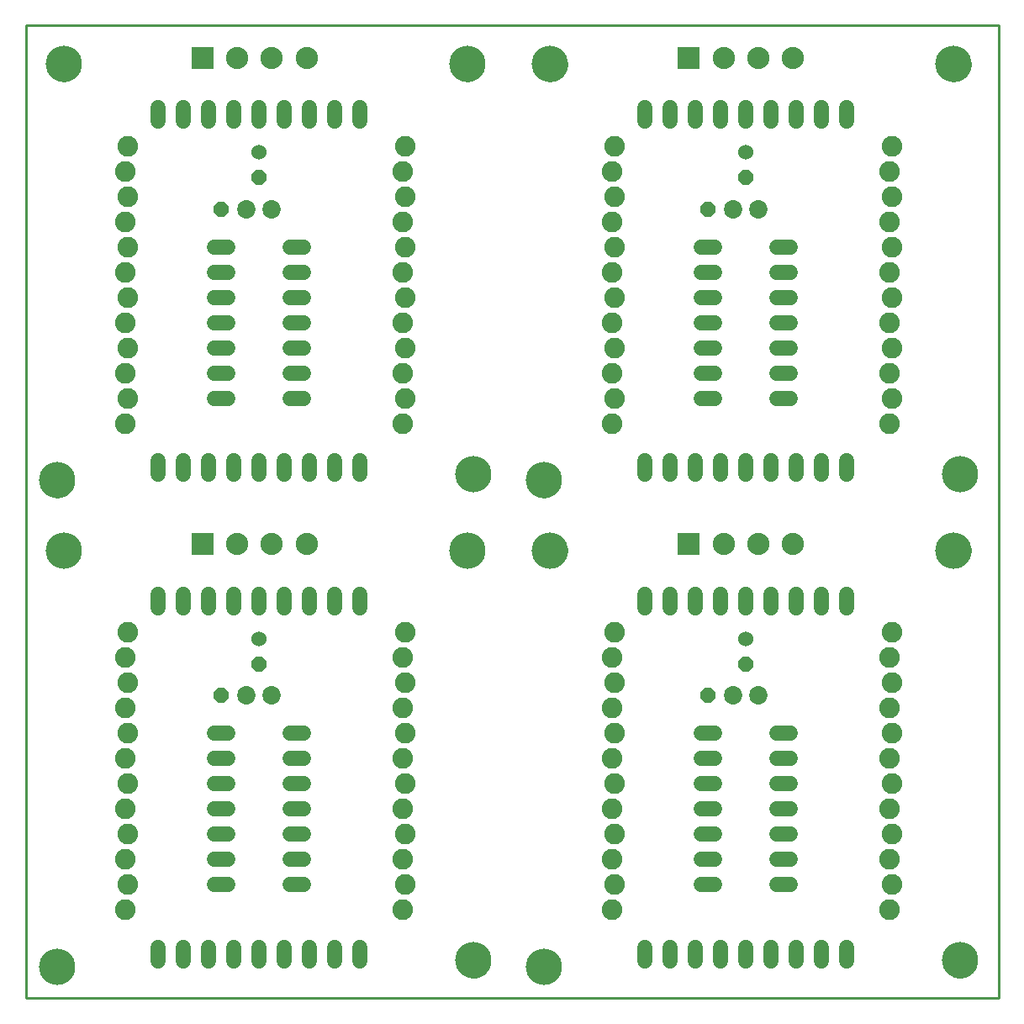
<source format=gts>
G75*
%MOIN*%
%OFA0B0*%
%FSLAX25Y25*%
%IPPOS*%
%LPD*%
%AMOC8*
5,1,8,0,0,1.08239X$1,22.5*
%
%ADD10C,0.00000*%
%ADD11C,0.14400*%
%ADD12C,0.01000*%
%ADD13C,0.07300*%
%ADD14OC8,0.06000*%
%ADD15C,0.08200*%
%ADD16R,0.08800X0.08800*%
%ADD17C,0.08800*%
%ADD18C,0.06000*%
%ADD19C,0.06000*%
D10*
X0022033Y0028833D02*
X0022035Y0029000D01*
X0022041Y0029167D01*
X0022051Y0029333D01*
X0022066Y0029500D01*
X0022084Y0029665D01*
X0022107Y0029831D01*
X0022133Y0029996D01*
X0022164Y0030160D01*
X0022198Y0030323D01*
X0022237Y0030485D01*
X0022279Y0030647D01*
X0022326Y0030807D01*
X0022376Y0030966D01*
X0022431Y0031124D01*
X0022489Y0031280D01*
X0022551Y0031435D01*
X0022616Y0031589D01*
X0022686Y0031740D01*
X0022759Y0031890D01*
X0022836Y0032038D01*
X0022916Y0032185D01*
X0023000Y0032329D01*
X0023088Y0032471D01*
X0023179Y0032611D01*
X0023273Y0032748D01*
X0023371Y0032884D01*
X0023472Y0033017D01*
X0023577Y0033147D01*
X0023684Y0033275D01*
X0023795Y0033400D01*
X0023908Y0033522D01*
X0024025Y0033641D01*
X0024144Y0033758D01*
X0024266Y0033871D01*
X0024391Y0033982D01*
X0024519Y0034089D01*
X0024649Y0034194D01*
X0024782Y0034295D01*
X0024918Y0034393D01*
X0025055Y0034487D01*
X0025195Y0034578D01*
X0025337Y0034666D01*
X0025481Y0034750D01*
X0025628Y0034830D01*
X0025776Y0034907D01*
X0025926Y0034980D01*
X0026077Y0035050D01*
X0026231Y0035115D01*
X0026386Y0035177D01*
X0026542Y0035235D01*
X0026700Y0035290D01*
X0026859Y0035340D01*
X0027019Y0035387D01*
X0027181Y0035429D01*
X0027343Y0035468D01*
X0027506Y0035502D01*
X0027670Y0035533D01*
X0027835Y0035559D01*
X0028001Y0035582D01*
X0028166Y0035600D01*
X0028333Y0035615D01*
X0028499Y0035625D01*
X0028666Y0035631D01*
X0028833Y0035633D01*
X0029000Y0035631D01*
X0029167Y0035625D01*
X0029333Y0035615D01*
X0029500Y0035600D01*
X0029665Y0035582D01*
X0029831Y0035559D01*
X0029996Y0035533D01*
X0030160Y0035502D01*
X0030323Y0035468D01*
X0030485Y0035429D01*
X0030647Y0035387D01*
X0030807Y0035340D01*
X0030966Y0035290D01*
X0031124Y0035235D01*
X0031280Y0035177D01*
X0031435Y0035115D01*
X0031589Y0035050D01*
X0031740Y0034980D01*
X0031890Y0034907D01*
X0032038Y0034830D01*
X0032185Y0034750D01*
X0032329Y0034666D01*
X0032471Y0034578D01*
X0032611Y0034487D01*
X0032748Y0034393D01*
X0032884Y0034295D01*
X0033017Y0034194D01*
X0033147Y0034089D01*
X0033275Y0033982D01*
X0033400Y0033871D01*
X0033522Y0033758D01*
X0033641Y0033641D01*
X0033758Y0033522D01*
X0033871Y0033400D01*
X0033982Y0033275D01*
X0034089Y0033147D01*
X0034194Y0033017D01*
X0034295Y0032884D01*
X0034393Y0032748D01*
X0034487Y0032611D01*
X0034578Y0032471D01*
X0034666Y0032329D01*
X0034750Y0032185D01*
X0034830Y0032038D01*
X0034907Y0031890D01*
X0034980Y0031740D01*
X0035050Y0031589D01*
X0035115Y0031435D01*
X0035177Y0031280D01*
X0035235Y0031124D01*
X0035290Y0030966D01*
X0035340Y0030807D01*
X0035387Y0030647D01*
X0035429Y0030485D01*
X0035468Y0030323D01*
X0035502Y0030160D01*
X0035533Y0029996D01*
X0035559Y0029831D01*
X0035582Y0029665D01*
X0035600Y0029500D01*
X0035615Y0029333D01*
X0035625Y0029167D01*
X0035631Y0029000D01*
X0035633Y0028833D01*
X0035631Y0028666D01*
X0035625Y0028499D01*
X0035615Y0028333D01*
X0035600Y0028166D01*
X0035582Y0028001D01*
X0035559Y0027835D01*
X0035533Y0027670D01*
X0035502Y0027506D01*
X0035468Y0027343D01*
X0035429Y0027181D01*
X0035387Y0027019D01*
X0035340Y0026859D01*
X0035290Y0026700D01*
X0035235Y0026542D01*
X0035177Y0026386D01*
X0035115Y0026231D01*
X0035050Y0026077D01*
X0034980Y0025926D01*
X0034907Y0025776D01*
X0034830Y0025628D01*
X0034750Y0025481D01*
X0034666Y0025337D01*
X0034578Y0025195D01*
X0034487Y0025055D01*
X0034393Y0024918D01*
X0034295Y0024782D01*
X0034194Y0024649D01*
X0034089Y0024519D01*
X0033982Y0024391D01*
X0033871Y0024266D01*
X0033758Y0024144D01*
X0033641Y0024025D01*
X0033522Y0023908D01*
X0033400Y0023795D01*
X0033275Y0023684D01*
X0033147Y0023577D01*
X0033017Y0023472D01*
X0032884Y0023371D01*
X0032748Y0023273D01*
X0032611Y0023179D01*
X0032471Y0023088D01*
X0032329Y0023000D01*
X0032185Y0022916D01*
X0032038Y0022836D01*
X0031890Y0022759D01*
X0031740Y0022686D01*
X0031589Y0022616D01*
X0031435Y0022551D01*
X0031280Y0022489D01*
X0031124Y0022431D01*
X0030966Y0022376D01*
X0030807Y0022326D01*
X0030647Y0022279D01*
X0030485Y0022237D01*
X0030323Y0022198D01*
X0030160Y0022164D01*
X0029996Y0022133D01*
X0029831Y0022107D01*
X0029665Y0022084D01*
X0029500Y0022066D01*
X0029333Y0022051D01*
X0029167Y0022041D01*
X0029000Y0022035D01*
X0028833Y0022033D01*
X0028666Y0022035D01*
X0028499Y0022041D01*
X0028333Y0022051D01*
X0028166Y0022066D01*
X0028001Y0022084D01*
X0027835Y0022107D01*
X0027670Y0022133D01*
X0027506Y0022164D01*
X0027343Y0022198D01*
X0027181Y0022237D01*
X0027019Y0022279D01*
X0026859Y0022326D01*
X0026700Y0022376D01*
X0026542Y0022431D01*
X0026386Y0022489D01*
X0026231Y0022551D01*
X0026077Y0022616D01*
X0025926Y0022686D01*
X0025776Y0022759D01*
X0025628Y0022836D01*
X0025481Y0022916D01*
X0025337Y0023000D01*
X0025195Y0023088D01*
X0025055Y0023179D01*
X0024918Y0023273D01*
X0024782Y0023371D01*
X0024649Y0023472D01*
X0024519Y0023577D01*
X0024391Y0023684D01*
X0024266Y0023795D01*
X0024144Y0023908D01*
X0024025Y0024025D01*
X0023908Y0024144D01*
X0023795Y0024266D01*
X0023684Y0024391D01*
X0023577Y0024519D01*
X0023472Y0024649D01*
X0023371Y0024782D01*
X0023273Y0024918D01*
X0023179Y0025055D01*
X0023088Y0025195D01*
X0023000Y0025337D01*
X0022916Y0025481D01*
X0022836Y0025628D01*
X0022759Y0025776D01*
X0022686Y0025926D01*
X0022616Y0026077D01*
X0022551Y0026231D01*
X0022489Y0026386D01*
X0022431Y0026542D01*
X0022376Y0026700D01*
X0022326Y0026859D01*
X0022279Y0027019D01*
X0022237Y0027181D01*
X0022198Y0027343D01*
X0022164Y0027506D01*
X0022133Y0027670D01*
X0022107Y0027835D01*
X0022084Y0028001D01*
X0022066Y0028166D01*
X0022051Y0028333D01*
X0022041Y0028499D01*
X0022035Y0028666D01*
X0022033Y0028833D01*
X0024533Y0193833D02*
X0024535Y0194000D01*
X0024541Y0194167D01*
X0024551Y0194333D01*
X0024566Y0194500D01*
X0024584Y0194665D01*
X0024607Y0194831D01*
X0024633Y0194996D01*
X0024664Y0195160D01*
X0024698Y0195323D01*
X0024737Y0195485D01*
X0024779Y0195647D01*
X0024826Y0195807D01*
X0024876Y0195966D01*
X0024931Y0196124D01*
X0024989Y0196280D01*
X0025051Y0196435D01*
X0025116Y0196589D01*
X0025186Y0196740D01*
X0025259Y0196890D01*
X0025336Y0197038D01*
X0025416Y0197185D01*
X0025500Y0197329D01*
X0025588Y0197471D01*
X0025679Y0197611D01*
X0025773Y0197748D01*
X0025871Y0197884D01*
X0025972Y0198017D01*
X0026077Y0198147D01*
X0026184Y0198275D01*
X0026295Y0198400D01*
X0026408Y0198522D01*
X0026525Y0198641D01*
X0026644Y0198758D01*
X0026766Y0198871D01*
X0026891Y0198982D01*
X0027019Y0199089D01*
X0027149Y0199194D01*
X0027282Y0199295D01*
X0027418Y0199393D01*
X0027555Y0199487D01*
X0027695Y0199578D01*
X0027837Y0199666D01*
X0027981Y0199750D01*
X0028128Y0199830D01*
X0028276Y0199907D01*
X0028426Y0199980D01*
X0028577Y0200050D01*
X0028731Y0200115D01*
X0028886Y0200177D01*
X0029042Y0200235D01*
X0029200Y0200290D01*
X0029359Y0200340D01*
X0029519Y0200387D01*
X0029681Y0200429D01*
X0029843Y0200468D01*
X0030006Y0200502D01*
X0030170Y0200533D01*
X0030335Y0200559D01*
X0030501Y0200582D01*
X0030666Y0200600D01*
X0030833Y0200615D01*
X0030999Y0200625D01*
X0031166Y0200631D01*
X0031333Y0200633D01*
X0031500Y0200631D01*
X0031667Y0200625D01*
X0031833Y0200615D01*
X0032000Y0200600D01*
X0032165Y0200582D01*
X0032331Y0200559D01*
X0032496Y0200533D01*
X0032660Y0200502D01*
X0032823Y0200468D01*
X0032985Y0200429D01*
X0033147Y0200387D01*
X0033307Y0200340D01*
X0033466Y0200290D01*
X0033624Y0200235D01*
X0033780Y0200177D01*
X0033935Y0200115D01*
X0034089Y0200050D01*
X0034240Y0199980D01*
X0034390Y0199907D01*
X0034538Y0199830D01*
X0034685Y0199750D01*
X0034829Y0199666D01*
X0034971Y0199578D01*
X0035111Y0199487D01*
X0035248Y0199393D01*
X0035384Y0199295D01*
X0035517Y0199194D01*
X0035647Y0199089D01*
X0035775Y0198982D01*
X0035900Y0198871D01*
X0036022Y0198758D01*
X0036141Y0198641D01*
X0036258Y0198522D01*
X0036371Y0198400D01*
X0036482Y0198275D01*
X0036589Y0198147D01*
X0036694Y0198017D01*
X0036795Y0197884D01*
X0036893Y0197748D01*
X0036987Y0197611D01*
X0037078Y0197471D01*
X0037166Y0197329D01*
X0037250Y0197185D01*
X0037330Y0197038D01*
X0037407Y0196890D01*
X0037480Y0196740D01*
X0037550Y0196589D01*
X0037615Y0196435D01*
X0037677Y0196280D01*
X0037735Y0196124D01*
X0037790Y0195966D01*
X0037840Y0195807D01*
X0037887Y0195647D01*
X0037929Y0195485D01*
X0037968Y0195323D01*
X0038002Y0195160D01*
X0038033Y0194996D01*
X0038059Y0194831D01*
X0038082Y0194665D01*
X0038100Y0194500D01*
X0038115Y0194333D01*
X0038125Y0194167D01*
X0038131Y0194000D01*
X0038133Y0193833D01*
X0038131Y0193666D01*
X0038125Y0193499D01*
X0038115Y0193333D01*
X0038100Y0193166D01*
X0038082Y0193001D01*
X0038059Y0192835D01*
X0038033Y0192670D01*
X0038002Y0192506D01*
X0037968Y0192343D01*
X0037929Y0192181D01*
X0037887Y0192019D01*
X0037840Y0191859D01*
X0037790Y0191700D01*
X0037735Y0191542D01*
X0037677Y0191386D01*
X0037615Y0191231D01*
X0037550Y0191077D01*
X0037480Y0190926D01*
X0037407Y0190776D01*
X0037330Y0190628D01*
X0037250Y0190481D01*
X0037166Y0190337D01*
X0037078Y0190195D01*
X0036987Y0190055D01*
X0036893Y0189918D01*
X0036795Y0189782D01*
X0036694Y0189649D01*
X0036589Y0189519D01*
X0036482Y0189391D01*
X0036371Y0189266D01*
X0036258Y0189144D01*
X0036141Y0189025D01*
X0036022Y0188908D01*
X0035900Y0188795D01*
X0035775Y0188684D01*
X0035647Y0188577D01*
X0035517Y0188472D01*
X0035384Y0188371D01*
X0035248Y0188273D01*
X0035111Y0188179D01*
X0034971Y0188088D01*
X0034829Y0188000D01*
X0034685Y0187916D01*
X0034538Y0187836D01*
X0034390Y0187759D01*
X0034240Y0187686D01*
X0034089Y0187616D01*
X0033935Y0187551D01*
X0033780Y0187489D01*
X0033624Y0187431D01*
X0033466Y0187376D01*
X0033307Y0187326D01*
X0033147Y0187279D01*
X0032985Y0187237D01*
X0032823Y0187198D01*
X0032660Y0187164D01*
X0032496Y0187133D01*
X0032331Y0187107D01*
X0032165Y0187084D01*
X0032000Y0187066D01*
X0031833Y0187051D01*
X0031667Y0187041D01*
X0031500Y0187035D01*
X0031333Y0187033D01*
X0031166Y0187035D01*
X0030999Y0187041D01*
X0030833Y0187051D01*
X0030666Y0187066D01*
X0030501Y0187084D01*
X0030335Y0187107D01*
X0030170Y0187133D01*
X0030006Y0187164D01*
X0029843Y0187198D01*
X0029681Y0187237D01*
X0029519Y0187279D01*
X0029359Y0187326D01*
X0029200Y0187376D01*
X0029042Y0187431D01*
X0028886Y0187489D01*
X0028731Y0187551D01*
X0028577Y0187616D01*
X0028426Y0187686D01*
X0028276Y0187759D01*
X0028128Y0187836D01*
X0027981Y0187916D01*
X0027837Y0188000D01*
X0027695Y0188088D01*
X0027555Y0188179D01*
X0027418Y0188273D01*
X0027282Y0188371D01*
X0027149Y0188472D01*
X0027019Y0188577D01*
X0026891Y0188684D01*
X0026766Y0188795D01*
X0026644Y0188908D01*
X0026525Y0189025D01*
X0026408Y0189144D01*
X0026295Y0189266D01*
X0026184Y0189391D01*
X0026077Y0189519D01*
X0025972Y0189649D01*
X0025871Y0189782D01*
X0025773Y0189918D01*
X0025679Y0190055D01*
X0025588Y0190195D01*
X0025500Y0190337D01*
X0025416Y0190481D01*
X0025336Y0190628D01*
X0025259Y0190776D01*
X0025186Y0190926D01*
X0025116Y0191077D01*
X0025051Y0191231D01*
X0024989Y0191386D01*
X0024931Y0191542D01*
X0024876Y0191700D01*
X0024826Y0191859D01*
X0024779Y0192019D01*
X0024737Y0192181D01*
X0024698Y0192343D01*
X0024664Y0192506D01*
X0024633Y0192670D01*
X0024607Y0192835D01*
X0024584Y0193001D01*
X0024566Y0193166D01*
X0024551Y0193333D01*
X0024541Y0193499D01*
X0024535Y0193666D01*
X0024533Y0193833D01*
X0022033Y0221747D02*
X0022035Y0221914D01*
X0022041Y0222081D01*
X0022051Y0222247D01*
X0022066Y0222414D01*
X0022084Y0222579D01*
X0022107Y0222745D01*
X0022133Y0222910D01*
X0022164Y0223074D01*
X0022198Y0223237D01*
X0022237Y0223399D01*
X0022279Y0223561D01*
X0022326Y0223721D01*
X0022376Y0223880D01*
X0022431Y0224038D01*
X0022489Y0224194D01*
X0022551Y0224349D01*
X0022616Y0224503D01*
X0022686Y0224654D01*
X0022759Y0224804D01*
X0022836Y0224952D01*
X0022916Y0225099D01*
X0023000Y0225243D01*
X0023088Y0225385D01*
X0023179Y0225525D01*
X0023273Y0225662D01*
X0023371Y0225798D01*
X0023472Y0225931D01*
X0023577Y0226061D01*
X0023684Y0226189D01*
X0023795Y0226314D01*
X0023908Y0226436D01*
X0024025Y0226555D01*
X0024144Y0226672D01*
X0024266Y0226785D01*
X0024391Y0226896D01*
X0024519Y0227003D01*
X0024649Y0227108D01*
X0024782Y0227209D01*
X0024918Y0227307D01*
X0025055Y0227401D01*
X0025195Y0227492D01*
X0025337Y0227580D01*
X0025481Y0227664D01*
X0025628Y0227744D01*
X0025776Y0227821D01*
X0025926Y0227894D01*
X0026077Y0227964D01*
X0026231Y0228029D01*
X0026386Y0228091D01*
X0026542Y0228149D01*
X0026700Y0228204D01*
X0026859Y0228254D01*
X0027019Y0228301D01*
X0027181Y0228343D01*
X0027343Y0228382D01*
X0027506Y0228416D01*
X0027670Y0228447D01*
X0027835Y0228473D01*
X0028001Y0228496D01*
X0028166Y0228514D01*
X0028333Y0228529D01*
X0028499Y0228539D01*
X0028666Y0228545D01*
X0028833Y0228547D01*
X0029000Y0228545D01*
X0029167Y0228539D01*
X0029333Y0228529D01*
X0029500Y0228514D01*
X0029665Y0228496D01*
X0029831Y0228473D01*
X0029996Y0228447D01*
X0030160Y0228416D01*
X0030323Y0228382D01*
X0030485Y0228343D01*
X0030647Y0228301D01*
X0030807Y0228254D01*
X0030966Y0228204D01*
X0031124Y0228149D01*
X0031280Y0228091D01*
X0031435Y0228029D01*
X0031589Y0227964D01*
X0031740Y0227894D01*
X0031890Y0227821D01*
X0032038Y0227744D01*
X0032185Y0227664D01*
X0032329Y0227580D01*
X0032471Y0227492D01*
X0032611Y0227401D01*
X0032748Y0227307D01*
X0032884Y0227209D01*
X0033017Y0227108D01*
X0033147Y0227003D01*
X0033275Y0226896D01*
X0033400Y0226785D01*
X0033522Y0226672D01*
X0033641Y0226555D01*
X0033758Y0226436D01*
X0033871Y0226314D01*
X0033982Y0226189D01*
X0034089Y0226061D01*
X0034194Y0225931D01*
X0034295Y0225798D01*
X0034393Y0225662D01*
X0034487Y0225525D01*
X0034578Y0225385D01*
X0034666Y0225243D01*
X0034750Y0225099D01*
X0034830Y0224952D01*
X0034907Y0224804D01*
X0034980Y0224654D01*
X0035050Y0224503D01*
X0035115Y0224349D01*
X0035177Y0224194D01*
X0035235Y0224038D01*
X0035290Y0223880D01*
X0035340Y0223721D01*
X0035387Y0223561D01*
X0035429Y0223399D01*
X0035468Y0223237D01*
X0035502Y0223074D01*
X0035533Y0222910D01*
X0035559Y0222745D01*
X0035582Y0222579D01*
X0035600Y0222414D01*
X0035615Y0222247D01*
X0035625Y0222081D01*
X0035631Y0221914D01*
X0035633Y0221747D01*
X0035631Y0221580D01*
X0035625Y0221413D01*
X0035615Y0221247D01*
X0035600Y0221080D01*
X0035582Y0220915D01*
X0035559Y0220749D01*
X0035533Y0220584D01*
X0035502Y0220420D01*
X0035468Y0220257D01*
X0035429Y0220095D01*
X0035387Y0219933D01*
X0035340Y0219773D01*
X0035290Y0219614D01*
X0035235Y0219456D01*
X0035177Y0219300D01*
X0035115Y0219145D01*
X0035050Y0218991D01*
X0034980Y0218840D01*
X0034907Y0218690D01*
X0034830Y0218542D01*
X0034750Y0218395D01*
X0034666Y0218251D01*
X0034578Y0218109D01*
X0034487Y0217969D01*
X0034393Y0217832D01*
X0034295Y0217696D01*
X0034194Y0217563D01*
X0034089Y0217433D01*
X0033982Y0217305D01*
X0033871Y0217180D01*
X0033758Y0217058D01*
X0033641Y0216939D01*
X0033522Y0216822D01*
X0033400Y0216709D01*
X0033275Y0216598D01*
X0033147Y0216491D01*
X0033017Y0216386D01*
X0032884Y0216285D01*
X0032748Y0216187D01*
X0032611Y0216093D01*
X0032471Y0216002D01*
X0032329Y0215914D01*
X0032185Y0215830D01*
X0032038Y0215750D01*
X0031890Y0215673D01*
X0031740Y0215600D01*
X0031589Y0215530D01*
X0031435Y0215465D01*
X0031280Y0215403D01*
X0031124Y0215345D01*
X0030966Y0215290D01*
X0030807Y0215240D01*
X0030647Y0215193D01*
X0030485Y0215151D01*
X0030323Y0215112D01*
X0030160Y0215078D01*
X0029996Y0215047D01*
X0029831Y0215021D01*
X0029665Y0214998D01*
X0029500Y0214980D01*
X0029333Y0214965D01*
X0029167Y0214955D01*
X0029000Y0214949D01*
X0028833Y0214947D01*
X0028666Y0214949D01*
X0028499Y0214955D01*
X0028333Y0214965D01*
X0028166Y0214980D01*
X0028001Y0214998D01*
X0027835Y0215021D01*
X0027670Y0215047D01*
X0027506Y0215078D01*
X0027343Y0215112D01*
X0027181Y0215151D01*
X0027019Y0215193D01*
X0026859Y0215240D01*
X0026700Y0215290D01*
X0026542Y0215345D01*
X0026386Y0215403D01*
X0026231Y0215465D01*
X0026077Y0215530D01*
X0025926Y0215600D01*
X0025776Y0215673D01*
X0025628Y0215750D01*
X0025481Y0215830D01*
X0025337Y0215914D01*
X0025195Y0216002D01*
X0025055Y0216093D01*
X0024918Y0216187D01*
X0024782Y0216285D01*
X0024649Y0216386D01*
X0024519Y0216491D01*
X0024391Y0216598D01*
X0024266Y0216709D01*
X0024144Y0216822D01*
X0024025Y0216939D01*
X0023908Y0217058D01*
X0023795Y0217180D01*
X0023684Y0217305D01*
X0023577Y0217433D01*
X0023472Y0217563D01*
X0023371Y0217696D01*
X0023273Y0217832D01*
X0023179Y0217969D01*
X0023088Y0218109D01*
X0023000Y0218251D01*
X0022916Y0218395D01*
X0022836Y0218542D01*
X0022759Y0218690D01*
X0022686Y0218840D01*
X0022616Y0218991D01*
X0022551Y0219145D01*
X0022489Y0219300D01*
X0022431Y0219456D01*
X0022376Y0219614D01*
X0022326Y0219773D01*
X0022279Y0219933D01*
X0022237Y0220095D01*
X0022198Y0220257D01*
X0022164Y0220420D01*
X0022133Y0220584D01*
X0022107Y0220749D01*
X0022084Y0220915D01*
X0022066Y0221080D01*
X0022051Y0221247D01*
X0022041Y0221413D01*
X0022035Y0221580D01*
X0022033Y0221747D01*
X0024533Y0386747D02*
X0024535Y0386914D01*
X0024541Y0387081D01*
X0024551Y0387247D01*
X0024566Y0387414D01*
X0024584Y0387579D01*
X0024607Y0387745D01*
X0024633Y0387910D01*
X0024664Y0388074D01*
X0024698Y0388237D01*
X0024737Y0388399D01*
X0024779Y0388561D01*
X0024826Y0388721D01*
X0024876Y0388880D01*
X0024931Y0389038D01*
X0024989Y0389194D01*
X0025051Y0389349D01*
X0025116Y0389503D01*
X0025186Y0389654D01*
X0025259Y0389804D01*
X0025336Y0389952D01*
X0025416Y0390099D01*
X0025500Y0390243D01*
X0025588Y0390385D01*
X0025679Y0390525D01*
X0025773Y0390662D01*
X0025871Y0390798D01*
X0025972Y0390931D01*
X0026077Y0391061D01*
X0026184Y0391189D01*
X0026295Y0391314D01*
X0026408Y0391436D01*
X0026525Y0391555D01*
X0026644Y0391672D01*
X0026766Y0391785D01*
X0026891Y0391896D01*
X0027019Y0392003D01*
X0027149Y0392108D01*
X0027282Y0392209D01*
X0027418Y0392307D01*
X0027555Y0392401D01*
X0027695Y0392492D01*
X0027837Y0392580D01*
X0027981Y0392664D01*
X0028128Y0392744D01*
X0028276Y0392821D01*
X0028426Y0392894D01*
X0028577Y0392964D01*
X0028731Y0393029D01*
X0028886Y0393091D01*
X0029042Y0393149D01*
X0029200Y0393204D01*
X0029359Y0393254D01*
X0029519Y0393301D01*
X0029681Y0393343D01*
X0029843Y0393382D01*
X0030006Y0393416D01*
X0030170Y0393447D01*
X0030335Y0393473D01*
X0030501Y0393496D01*
X0030666Y0393514D01*
X0030833Y0393529D01*
X0030999Y0393539D01*
X0031166Y0393545D01*
X0031333Y0393547D01*
X0031500Y0393545D01*
X0031667Y0393539D01*
X0031833Y0393529D01*
X0032000Y0393514D01*
X0032165Y0393496D01*
X0032331Y0393473D01*
X0032496Y0393447D01*
X0032660Y0393416D01*
X0032823Y0393382D01*
X0032985Y0393343D01*
X0033147Y0393301D01*
X0033307Y0393254D01*
X0033466Y0393204D01*
X0033624Y0393149D01*
X0033780Y0393091D01*
X0033935Y0393029D01*
X0034089Y0392964D01*
X0034240Y0392894D01*
X0034390Y0392821D01*
X0034538Y0392744D01*
X0034685Y0392664D01*
X0034829Y0392580D01*
X0034971Y0392492D01*
X0035111Y0392401D01*
X0035248Y0392307D01*
X0035384Y0392209D01*
X0035517Y0392108D01*
X0035647Y0392003D01*
X0035775Y0391896D01*
X0035900Y0391785D01*
X0036022Y0391672D01*
X0036141Y0391555D01*
X0036258Y0391436D01*
X0036371Y0391314D01*
X0036482Y0391189D01*
X0036589Y0391061D01*
X0036694Y0390931D01*
X0036795Y0390798D01*
X0036893Y0390662D01*
X0036987Y0390525D01*
X0037078Y0390385D01*
X0037166Y0390243D01*
X0037250Y0390099D01*
X0037330Y0389952D01*
X0037407Y0389804D01*
X0037480Y0389654D01*
X0037550Y0389503D01*
X0037615Y0389349D01*
X0037677Y0389194D01*
X0037735Y0389038D01*
X0037790Y0388880D01*
X0037840Y0388721D01*
X0037887Y0388561D01*
X0037929Y0388399D01*
X0037968Y0388237D01*
X0038002Y0388074D01*
X0038033Y0387910D01*
X0038059Y0387745D01*
X0038082Y0387579D01*
X0038100Y0387414D01*
X0038115Y0387247D01*
X0038125Y0387081D01*
X0038131Y0386914D01*
X0038133Y0386747D01*
X0038131Y0386580D01*
X0038125Y0386413D01*
X0038115Y0386247D01*
X0038100Y0386080D01*
X0038082Y0385915D01*
X0038059Y0385749D01*
X0038033Y0385584D01*
X0038002Y0385420D01*
X0037968Y0385257D01*
X0037929Y0385095D01*
X0037887Y0384933D01*
X0037840Y0384773D01*
X0037790Y0384614D01*
X0037735Y0384456D01*
X0037677Y0384300D01*
X0037615Y0384145D01*
X0037550Y0383991D01*
X0037480Y0383840D01*
X0037407Y0383690D01*
X0037330Y0383542D01*
X0037250Y0383395D01*
X0037166Y0383251D01*
X0037078Y0383109D01*
X0036987Y0382969D01*
X0036893Y0382832D01*
X0036795Y0382696D01*
X0036694Y0382563D01*
X0036589Y0382433D01*
X0036482Y0382305D01*
X0036371Y0382180D01*
X0036258Y0382058D01*
X0036141Y0381939D01*
X0036022Y0381822D01*
X0035900Y0381709D01*
X0035775Y0381598D01*
X0035647Y0381491D01*
X0035517Y0381386D01*
X0035384Y0381285D01*
X0035248Y0381187D01*
X0035111Y0381093D01*
X0034971Y0381002D01*
X0034829Y0380914D01*
X0034685Y0380830D01*
X0034538Y0380750D01*
X0034390Y0380673D01*
X0034240Y0380600D01*
X0034089Y0380530D01*
X0033935Y0380465D01*
X0033780Y0380403D01*
X0033624Y0380345D01*
X0033466Y0380290D01*
X0033307Y0380240D01*
X0033147Y0380193D01*
X0032985Y0380151D01*
X0032823Y0380112D01*
X0032660Y0380078D01*
X0032496Y0380047D01*
X0032331Y0380021D01*
X0032165Y0379998D01*
X0032000Y0379980D01*
X0031833Y0379965D01*
X0031667Y0379955D01*
X0031500Y0379949D01*
X0031333Y0379947D01*
X0031166Y0379949D01*
X0030999Y0379955D01*
X0030833Y0379965D01*
X0030666Y0379980D01*
X0030501Y0379998D01*
X0030335Y0380021D01*
X0030170Y0380047D01*
X0030006Y0380078D01*
X0029843Y0380112D01*
X0029681Y0380151D01*
X0029519Y0380193D01*
X0029359Y0380240D01*
X0029200Y0380290D01*
X0029042Y0380345D01*
X0028886Y0380403D01*
X0028731Y0380465D01*
X0028577Y0380530D01*
X0028426Y0380600D01*
X0028276Y0380673D01*
X0028128Y0380750D01*
X0027981Y0380830D01*
X0027837Y0380914D01*
X0027695Y0381002D01*
X0027555Y0381093D01*
X0027418Y0381187D01*
X0027282Y0381285D01*
X0027149Y0381386D01*
X0027019Y0381491D01*
X0026891Y0381598D01*
X0026766Y0381709D01*
X0026644Y0381822D01*
X0026525Y0381939D01*
X0026408Y0382058D01*
X0026295Y0382180D01*
X0026184Y0382305D01*
X0026077Y0382433D01*
X0025972Y0382563D01*
X0025871Y0382696D01*
X0025773Y0382832D01*
X0025679Y0382969D01*
X0025588Y0383109D01*
X0025500Y0383251D01*
X0025416Y0383395D01*
X0025336Y0383542D01*
X0025259Y0383690D01*
X0025186Y0383840D01*
X0025116Y0383991D01*
X0025051Y0384145D01*
X0024989Y0384300D01*
X0024931Y0384456D01*
X0024876Y0384614D01*
X0024826Y0384773D01*
X0024779Y0384933D01*
X0024737Y0385095D01*
X0024698Y0385257D01*
X0024664Y0385420D01*
X0024633Y0385584D01*
X0024607Y0385749D01*
X0024584Y0385915D01*
X0024566Y0386080D01*
X0024551Y0386247D01*
X0024541Y0386413D01*
X0024535Y0386580D01*
X0024533Y0386747D01*
X0184533Y0386747D02*
X0184535Y0386914D01*
X0184541Y0387081D01*
X0184551Y0387247D01*
X0184566Y0387414D01*
X0184584Y0387579D01*
X0184607Y0387745D01*
X0184633Y0387910D01*
X0184664Y0388074D01*
X0184698Y0388237D01*
X0184737Y0388399D01*
X0184779Y0388561D01*
X0184826Y0388721D01*
X0184876Y0388880D01*
X0184931Y0389038D01*
X0184989Y0389194D01*
X0185051Y0389349D01*
X0185116Y0389503D01*
X0185186Y0389654D01*
X0185259Y0389804D01*
X0185336Y0389952D01*
X0185416Y0390099D01*
X0185500Y0390243D01*
X0185588Y0390385D01*
X0185679Y0390525D01*
X0185773Y0390662D01*
X0185871Y0390798D01*
X0185972Y0390931D01*
X0186077Y0391061D01*
X0186184Y0391189D01*
X0186295Y0391314D01*
X0186408Y0391436D01*
X0186525Y0391555D01*
X0186644Y0391672D01*
X0186766Y0391785D01*
X0186891Y0391896D01*
X0187019Y0392003D01*
X0187149Y0392108D01*
X0187282Y0392209D01*
X0187418Y0392307D01*
X0187555Y0392401D01*
X0187695Y0392492D01*
X0187837Y0392580D01*
X0187981Y0392664D01*
X0188128Y0392744D01*
X0188276Y0392821D01*
X0188426Y0392894D01*
X0188577Y0392964D01*
X0188731Y0393029D01*
X0188886Y0393091D01*
X0189042Y0393149D01*
X0189200Y0393204D01*
X0189359Y0393254D01*
X0189519Y0393301D01*
X0189681Y0393343D01*
X0189843Y0393382D01*
X0190006Y0393416D01*
X0190170Y0393447D01*
X0190335Y0393473D01*
X0190501Y0393496D01*
X0190666Y0393514D01*
X0190833Y0393529D01*
X0190999Y0393539D01*
X0191166Y0393545D01*
X0191333Y0393547D01*
X0191500Y0393545D01*
X0191667Y0393539D01*
X0191833Y0393529D01*
X0192000Y0393514D01*
X0192165Y0393496D01*
X0192331Y0393473D01*
X0192496Y0393447D01*
X0192660Y0393416D01*
X0192823Y0393382D01*
X0192985Y0393343D01*
X0193147Y0393301D01*
X0193307Y0393254D01*
X0193466Y0393204D01*
X0193624Y0393149D01*
X0193780Y0393091D01*
X0193935Y0393029D01*
X0194089Y0392964D01*
X0194240Y0392894D01*
X0194390Y0392821D01*
X0194538Y0392744D01*
X0194685Y0392664D01*
X0194829Y0392580D01*
X0194971Y0392492D01*
X0195111Y0392401D01*
X0195248Y0392307D01*
X0195384Y0392209D01*
X0195517Y0392108D01*
X0195647Y0392003D01*
X0195775Y0391896D01*
X0195900Y0391785D01*
X0196022Y0391672D01*
X0196141Y0391555D01*
X0196258Y0391436D01*
X0196371Y0391314D01*
X0196482Y0391189D01*
X0196589Y0391061D01*
X0196694Y0390931D01*
X0196795Y0390798D01*
X0196893Y0390662D01*
X0196987Y0390525D01*
X0197078Y0390385D01*
X0197166Y0390243D01*
X0197250Y0390099D01*
X0197330Y0389952D01*
X0197407Y0389804D01*
X0197480Y0389654D01*
X0197550Y0389503D01*
X0197615Y0389349D01*
X0197677Y0389194D01*
X0197735Y0389038D01*
X0197790Y0388880D01*
X0197840Y0388721D01*
X0197887Y0388561D01*
X0197929Y0388399D01*
X0197968Y0388237D01*
X0198002Y0388074D01*
X0198033Y0387910D01*
X0198059Y0387745D01*
X0198082Y0387579D01*
X0198100Y0387414D01*
X0198115Y0387247D01*
X0198125Y0387081D01*
X0198131Y0386914D01*
X0198133Y0386747D01*
X0198131Y0386580D01*
X0198125Y0386413D01*
X0198115Y0386247D01*
X0198100Y0386080D01*
X0198082Y0385915D01*
X0198059Y0385749D01*
X0198033Y0385584D01*
X0198002Y0385420D01*
X0197968Y0385257D01*
X0197929Y0385095D01*
X0197887Y0384933D01*
X0197840Y0384773D01*
X0197790Y0384614D01*
X0197735Y0384456D01*
X0197677Y0384300D01*
X0197615Y0384145D01*
X0197550Y0383991D01*
X0197480Y0383840D01*
X0197407Y0383690D01*
X0197330Y0383542D01*
X0197250Y0383395D01*
X0197166Y0383251D01*
X0197078Y0383109D01*
X0196987Y0382969D01*
X0196893Y0382832D01*
X0196795Y0382696D01*
X0196694Y0382563D01*
X0196589Y0382433D01*
X0196482Y0382305D01*
X0196371Y0382180D01*
X0196258Y0382058D01*
X0196141Y0381939D01*
X0196022Y0381822D01*
X0195900Y0381709D01*
X0195775Y0381598D01*
X0195647Y0381491D01*
X0195517Y0381386D01*
X0195384Y0381285D01*
X0195248Y0381187D01*
X0195111Y0381093D01*
X0194971Y0381002D01*
X0194829Y0380914D01*
X0194685Y0380830D01*
X0194538Y0380750D01*
X0194390Y0380673D01*
X0194240Y0380600D01*
X0194089Y0380530D01*
X0193935Y0380465D01*
X0193780Y0380403D01*
X0193624Y0380345D01*
X0193466Y0380290D01*
X0193307Y0380240D01*
X0193147Y0380193D01*
X0192985Y0380151D01*
X0192823Y0380112D01*
X0192660Y0380078D01*
X0192496Y0380047D01*
X0192331Y0380021D01*
X0192165Y0379998D01*
X0192000Y0379980D01*
X0191833Y0379965D01*
X0191667Y0379955D01*
X0191500Y0379949D01*
X0191333Y0379947D01*
X0191166Y0379949D01*
X0190999Y0379955D01*
X0190833Y0379965D01*
X0190666Y0379980D01*
X0190501Y0379998D01*
X0190335Y0380021D01*
X0190170Y0380047D01*
X0190006Y0380078D01*
X0189843Y0380112D01*
X0189681Y0380151D01*
X0189519Y0380193D01*
X0189359Y0380240D01*
X0189200Y0380290D01*
X0189042Y0380345D01*
X0188886Y0380403D01*
X0188731Y0380465D01*
X0188577Y0380530D01*
X0188426Y0380600D01*
X0188276Y0380673D01*
X0188128Y0380750D01*
X0187981Y0380830D01*
X0187837Y0380914D01*
X0187695Y0381002D01*
X0187555Y0381093D01*
X0187418Y0381187D01*
X0187282Y0381285D01*
X0187149Y0381386D01*
X0187019Y0381491D01*
X0186891Y0381598D01*
X0186766Y0381709D01*
X0186644Y0381822D01*
X0186525Y0381939D01*
X0186408Y0382058D01*
X0186295Y0382180D01*
X0186184Y0382305D01*
X0186077Y0382433D01*
X0185972Y0382563D01*
X0185871Y0382696D01*
X0185773Y0382832D01*
X0185679Y0382969D01*
X0185588Y0383109D01*
X0185500Y0383251D01*
X0185416Y0383395D01*
X0185336Y0383542D01*
X0185259Y0383690D01*
X0185186Y0383840D01*
X0185116Y0383991D01*
X0185051Y0384145D01*
X0184989Y0384300D01*
X0184931Y0384456D01*
X0184876Y0384614D01*
X0184826Y0384773D01*
X0184779Y0384933D01*
X0184737Y0385095D01*
X0184698Y0385257D01*
X0184664Y0385420D01*
X0184633Y0385584D01*
X0184607Y0385749D01*
X0184584Y0385915D01*
X0184566Y0386080D01*
X0184551Y0386247D01*
X0184541Y0386413D01*
X0184535Y0386580D01*
X0184533Y0386747D01*
X0217447Y0386747D02*
X0217449Y0386914D01*
X0217455Y0387081D01*
X0217465Y0387247D01*
X0217480Y0387414D01*
X0217498Y0387579D01*
X0217521Y0387745D01*
X0217547Y0387910D01*
X0217578Y0388074D01*
X0217612Y0388237D01*
X0217651Y0388399D01*
X0217693Y0388561D01*
X0217740Y0388721D01*
X0217790Y0388880D01*
X0217845Y0389038D01*
X0217903Y0389194D01*
X0217965Y0389349D01*
X0218030Y0389503D01*
X0218100Y0389654D01*
X0218173Y0389804D01*
X0218250Y0389952D01*
X0218330Y0390099D01*
X0218414Y0390243D01*
X0218502Y0390385D01*
X0218593Y0390525D01*
X0218687Y0390662D01*
X0218785Y0390798D01*
X0218886Y0390931D01*
X0218991Y0391061D01*
X0219098Y0391189D01*
X0219209Y0391314D01*
X0219322Y0391436D01*
X0219439Y0391555D01*
X0219558Y0391672D01*
X0219680Y0391785D01*
X0219805Y0391896D01*
X0219933Y0392003D01*
X0220063Y0392108D01*
X0220196Y0392209D01*
X0220332Y0392307D01*
X0220469Y0392401D01*
X0220609Y0392492D01*
X0220751Y0392580D01*
X0220895Y0392664D01*
X0221042Y0392744D01*
X0221190Y0392821D01*
X0221340Y0392894D01*
X0221491Y0392964D01*
X0221645Y0393029D01*
X0221800Y0393091D01*
X0221956Y0393149D01*
X0222114Y0393204D01*
X0222273Y0393254D01*
X0222433Y0393301D01*
X0222595Y0393343D01*
X0222757Y0393382D01*
X0222920Y0393416D01*
X0223084Y0393447D01*
X0223249Y0393473D01*
X0223415Y0393496D01*
X0223580Y0393514D01*
X0223747Y0393529D01*
X0223913Y0393539D01*
X0224080Y0393545D01*
X0224247Y0393547D01*
X0224414Y0393545D01*
X0224581Y0393539D01*
X0224747Y0393529D01*
X0224914Y0393514D01*
X0225079Y0393496D01*
X0225245Y0393473D01*
X0225410Y0393447D01*
X0225574Y0393416D01*
X0225737Y0393382D01*
X0225899Y0393343D01*
X0226061Y0393301D01*
X0226221Y0393254D01*
X0226380Y0393204D01*
X0226538Y0393149D01*
X0226694Y0393091D01*
X0226849Y0393029D01*
X0227003Y0392964D01*
X0227154Y0392894D01*
X0227304Y0392821D01*
X0227452Y0392744D01*
X0227599Y0392664D01*
X0227743Y0392580D01*
X0227885Y0392492D01*
X0228025Y0392401D01*
X0228162Y0392307D01*
X0228298Y0392209D01*
X0228431Y0392108D01*
X0228561Y0392003D01*
X0228689Y0391896D01*
X0228814Y0391785D01*
X0228936Y0391672D01*
X0229055Y0391555D01*
X0229172Y0391436D01*
X0229285Y0391314D01*
X0229396Y0391189D01*
X0229503Y0391061D01*
X0229608Y0390931D01*
X0229709Y0390798D01*
X0229807Y0390662D01*
X0229901Y0390525D01*
X0229992Y0390385D01*
X0230080Y0390243D01*
X0230164Y0390099D01*
X0230244Y0389952D01*
X0230321Y0389804D01*
X0230394Y0389654D01*
X0230464Y0389503D01*
X0230529Y0389349D01*
X0230591Y0389194D01*
X0230649Y0389038D01*
X0230704Y0388880D01*
X0230754Y0388721D01*
X0230801Y0388561D01*
X0230843Y0388399D01*
X0230882Y0388237D01*
X0230916Y0388074D01*
X0230947Y0387910D01*
X0230973Y0387745D01*
X0230996Y0387579D01*
X0231014Y0387414D01*
X0231029Y0387247D01*
X0231039Y0387081D01*
X0231045Y0386914D01*
X0231047Y0386747D01*
X0231045Y0386580D01*
X0231039Y0386413D01*
X0231029Y0386247D01*
X0231014Y0386080D01*
X0230996Y0385915D01*
X0230973Y0385749D01*
X0230947Y0385584D01*
X0230916Y0385420D01*
X0230882Y0385257D01*
X0230843Y0385095D01*
X0230801Y0384933D01*
X0230754Y0384773D01*
X0230704Y0384614D01*
X0230649Y0384456D01*
X0230591Y0384300D01*
X0230529Y0384145D01*
X0230464Y0383991D01*
X0230394Y0383840D01*
X0230321Y0383690D01*
X0230244Y0383542D01*
X0230164Y0383395D01*
X0230080Y0383251D01*
X0229992Y0383109D01*
X0229901Y0382969D01*
X0229807Y0382832D01*
X0229709Y0382696D01*
X0229608Y0382563D01*
X0229503Y0382433D01*
X0229396Y0382305D01*
X0229285Y0382180D01*
X0229172Y0382058D01*
X0229055Y0381939D01*
X0228936Y0381822D01*
X0228814Y0381709D01*
X0228689Y0381598D01*
X0228561Y0381491D01*
X0228431Y0381386D01*
X0228298Y0381285D01*
X0228162Y0381187D01*
X0228025Y0381093D01*
X0227885Y0381002D01*
X0227743Y0380914D01*
X0227599Y0380830D01*
X0227452Y0380750D01*
X0227304Y0380673D01*
X0227154Y0380600D01*
X0227003Y0380530D01*
X0226849Y0380465D01*
X0226694Y0380403D01*
X0226538Y0380345D01*
X0226380Y0380290D01*
X0226221Y0380240D01*
X0226061Y0380193D01*
X0225899Y0380151D01*
X0225737Y0380112D01*
X0225574Y0380078D01*
X0225410Y0380047D01*
X0225245Y0380021D01*
X0225079Y0379998D01*
X0224914Y0379980D01*
X0224747Y0379965D01*
X0224581Y0379955D01*
X0224414Y0379949D01*
X0224247Y0379947D01*
X0224080Y0379949D01*
X0223913Y0379955D01*
X0223747Y0379965D01*
X0223580Y0379980D01*
X0223415Y0379998D01*
X0223249Y0380021D01*
X0223084Y0380047D01*
X0222920Y0380078D01*
X0222757Y0380112D01*
X0222595Y0380151D01*
X0222433Y0380193D01*
X0222273Y0380240D01*
X0222114Y0380290D01*
X0221956Y0380345D01*
X0221800Y0380403D01*
X0221645Y0380465D01*
X0221491Y0380530D01*
X0221340Y0380600D01*
X0221190Y0380673D01*
X0221042Y0380750D01*
X0220895Y0380830D01*
X0220751Y0380914D01*
X0220609Y0381002D01*
X0220469Y0381093D01*
X0220332Y0381187D01*
X0220196Y0381285D01*
X0220063Y0381386D01*
X0219933Y0381491D01*
X0219805Y0381598D01*
X0219680Y0381709D01*
X0219558Y0381822D01*
X0219439Y0381939D01*
X0219322Y0382058D01*
X0219209Y0382180D01*
X0219098Y0382305D01*
X0218991Y0382433D01*
X0218886Y0382563D01*
X0218785Y0382696D01*
X0218687Y0382832D01*
X0218593Y0382969D01*
X0218502Y0383109D01*
X0218414Y0383251D01*
X0218330Y0383395D01*
X0218250Y0383542D01*
X0218173Y0383690D01*
X0218100Y0383840D01*
X0218030Y0383991D01*
X0217965Y0384145D01*
X0217903Y0384300D01*
X0217845Y0384456D01*
X0217790Y0384614D01*
X0217740Y0384773D01*
X0217693Y0384933D01*
X0217651Y0385095D01*
X0217612Y0385257D01*
X0217578Y0385420D01*
X0217547Y0385584D01*
X0217521Y0385749D01*
X0217498Y0385915D01*
X0217480Y0386080D01*
X0217465Y0386247D01*
X0217455Y0386413D01*
X0217449Y0386580D01*
X0217447Y0386747D01*
X0187033Y0224247D02*
X0187035Y0224414D01*
X0187041Y0224581D01*
X0187051Y0224747D01*
X0187066Y0224914D01*
X0187084Y0225079D01*
X0187107Y0225245D01*
X0187133Y0225410D01*
X0187164Y0225574D01*
X0187198Y0225737D01*
X0187237Y0225899D01*
X0187279Y0226061D01*
X0187326Y0226221D01*
X0187376Y0226380D01*
X0187431Y0226538D01*
X0187489Y0226694D01*
X0187551Y0226849D01*
X0187616Y0227003D01*
X0187686Y0227154D01*
X0187759Y0227304D01*
X0187836Y0227452D01*
X0187916Y0227599D01*
X0188000Y0227743D01*
X0188088Y0227885D01*
X0188179Y0228025D01*
X0188273Y0228162D01*
X0188371Y0228298D01*
X0188472Y0228431D01*
X0188577Y0228561D01*
X0188684Y0228689D01*
X0188795Y0228814D01*
X0188908Y0228936D01*
X0189025Y0229055D01*
X0189144Y0229172D01*
X0189266Y0229285D01*
X0189391Y0229396D01*
X0189519Y0229503D01*
X0189649Y0229608D01*
X0189782Y0229709D01*
X0189918Y0229807D01*
X0190055Y0229901D01*
X0190195Y0229992D01*
X0190337Y0230080D01*
X0190481Y0230164D01*
X0190628Y0230244D01*
X0190776Y0230321D01*
X0190926Y0230394D01*
X0191077Y0230464D01*
X0191231Y0230529D01*
X0191386Y0230591D01*
X0191542Y0230649D01*
X0191700Y0230704D01*
X0191859Y0230754D01*
X0192019Y0230801D01*
X0192181Y0230843D01*
X0192343Y0230882D01*
X0192506Y0230916D01*
X0192670Y0230947D01*
X0192835Y0230973D01*
X0193001Y0230996D01*
X0193166Y0231014D01*
X0193333Y0231029D01*
X0193499Y0231039D01*
X0193666Y0231045D01*
X0193833Y0231047D01*
X0194000Y0231045D01*
X0194167Y0231039D01*
X0194333Y0231029D01*
X0194500Y0231014D01*
X0194665Y0230996D01*
X0194831Y0230973D01*
X0194996Y0230947D01*
X0195160Y0230916D01*
X0195323Y0230882D01*
X0195485Y0230843D01*
X0195647Y0230801D01*
X0195807Y0230754D01*
X0195966Y0230704D01*
X0196124Y0230649D01*
X0196280Y0230591D01*
X0196435Y0230529D01*
X0196589Y0230464D01*
X0196740Y0230394D01*
X0196890Y0230321D01*
X0197038Y0230244D01*
X0197185Y0230164D01*
X0197329Y0230080D01*
X0197471Y0229992D01*
X0197611Y0229901D01*
X0197748Y0229807D01*
X0197884Y0229709D01*
X0198017Y0229608D01*
X0198147Y0229503D01*
X0198275Y0229396D01*
X0198400Y0229285D01*
X0198522Y0229172D01*
X0198641Y0229055D01*
X0198758Y0228936D01*
X0198871Y0228814D01*
X0198982Y0228689D01*
X0199089Y0228561D01*
X0199194Y0228431D01*
X0199295Y0228298D01*
X0199393Y0228162D01*
X0199487Y0228025D01*
X0199578Y0227885D01*
X0199666Y0227743D01*
X0199750Y0227599D01*
X0199830Y0227452D01*
X0199907Y0227304D01*
X0199980Y0227154D01*
X0200050Y0227003D01*
X0200115Y0226849D01*
X0200177Y0226694D01*
X0200235Y0226538D01*
X0200290Y0226380D01*
X0200340Y0226221D01*
X0200387Y0226061D01*
X0200429Y0225899D01*
X0200468Y0225737D01*
X0200502Y0225574D01*
X0200533Y0225410D01*
X0200559Y0225245D01*
X0200582Y0225079D01*
X0200600Y0224914D01*
X0200615Y0224747D01*
X0200625Y0224581D01*
X0200631Y0224414D01*
X0200633Y0224247D01*
X0200631Y0224080D01*
X0200625Y0223913D01*
X0200615Y0223747D01*
X0200600Y0223580D01*
X0200582Y0223415D01*
X0200559Y0223249D01*
X0200533Y0223084D01*
X0200502Y0222920D01*
X0200468Y0222757D01*
X0200429Y0222595D01*
X0200387Y0222433D01*
X0200340Y0222273D01*
X0200290Y0222114D01*
X0200235Y0221956D01*
X0200177Y0221800D01*
X0200115Y0221645D01*
X0200050Y0221491D01*
X0199980Y0221340D01*
X0199907Y0221190D01*
X0199830Y0221042D01*
X0199750Y0220895D01*
X0199666Y0220751D01*
X0199578Y0220609D01*
X0199487Y0220469D01*
X0199393Y0220332D01*
X0199295Y0220196D01*
X0199194Y0220063D01*
X0199089Y0219933D01*
X0198982Y0219805D01*
X0198871Y0219680D01*
X0198758Y0219558D01*
X0198641Y0219439D01*
X0198522Y0219322D01*
X0198400Y0219209D01*
X0198275Y0219098D01*
X0198147Y0218991D01*
X0198017Y0218886D01*
X0197884Y0218785D01*
X0197748Y0218687D01*
X0197611Y0218593D01*
X0197471Y0218502D01*
X0197329Y0218414D01*
X0197185Y0218330D01*
X0197038Y0218250D01*
X0196890Y0218173D01*
X0196740Y0218100D01*
X0196589Y0218030D01*
X0196435Y0217965D01*
X0196280Y0217903D01*
X0196124Y0217845D01*
X0195966Y0217790D01*
X0195807Y0217740D01*
X0195647Y0217693D01*
X0195485Y0217651D01*
X0195323Y0217612D01*
X0195160Y0217578D01*
X0194996Y0217547D01*
X0194831Y0217521D01*
X0194665Y0217498D01*
X0194500Y0217480D01*
X0194333Y0217465D01*
X0194167Y0217455D01*
X0194000Y0217449D01*
X0193833Y0217447D01*
X0193666Y0217449D01*
X0193499Y0217455D01*
X0193333Y0217465D01*
X0193166Y0217480D01*
X0193001Y0217498D01*
X0192835Y0217521D01*
X0192670Y0217547D01*
X0192506Y0217578D01*
X0192343Y0217612D01*
X0192181Y0217651D01*
X0192019Y0217693D01*
X0191859Y0217740D01*
X0191700Y0217790D01*
X0191542Y0217845D01*
X0191386Y0217903D01*
X0191231Y0217965D01*
X0191077Y0218030D01*
X0190926Y0218100D01*
X0190776Y0218173D01*
X0190628Y0218250D01*
X0190481Y0218330D01*
X0190337Y0218414D01*
X0190195Y0218502D01*
X0190055Y0218593D01*
X0189918Y0218687D01*
X0189782Y0218785D01*
X0189649Y0218886D01*
X0189519Y0218991D01*
X0189391Y0219098D01*
X0189266Y0219209D01*
X0189144Y0219322D01*
X0189025Y0219439D01*
X0188908Y0219558D01*
X0188795Y0219680D01*
X0188684Y0219805D01*
X0188577Y0219933D01*
X0188472Y0220063D01*
X0188371Y0220196D01*
X0188273Y0220332D01*
X0188179Y0220469D01*
X0188088Y0220609D01*
X0188000Y0220751D01*
X0187916Y0220895D01*
X0187836Y0221042D01*
X0187759Y0221190D01*
X0187686Y0221340D01*
X0187616Y0221491D01*
X0187551Y0221645D01*
X0187489Y0221800D01*
X0187431Y0221956D01*
X0187376Y0222114D01*
X0187326Y0222273D01*
X0187279Y0222433D01*
X0187237Y0222595D01*
X0187198Y0222757D01*
X0187164Y0222920D01*
X0187133Y0223084D01*
X0187107Y0223249D01*
X0187084Y0223415D01*
X0187066Y0223580D01*
X0187051Y0223747D01*
X0187041Y0223913D01*
X0187035Y0224080D01*
X0187033Y0224247D01*
X0184533Y0193833D02*
X0184535Y0194000D01*
X0184541Y0194167D01*
X0184551Y0194333D01*
X0184566Y0194500D01*
X0184584Y0194665D01*
X0184607Y0194831D01*
X0184633Y0194996D01*
X0184664Y0195160D01*
X0184698Y0195323D01*
X0184737Y0195485D01*
X0184779Y0195647D01*
X0184826Y0195807D01*
X0184876Y0195966D01*
X0184931Y0196124D01*
X0184989Y0196280D01*
X0185051Y0196435D01*
X0185116Y0196589D01*
X0185186Y0196740D01*
X0185259Y0196890D01*
X0185336Y0197038D01*
X0185416Y0197185D01*
X0185500Y0197329D01*
X0185588Y0197471D01*
X0185679Y0197611D01*
X0185773Y0197748D01*
X0185871Y0197884D01*
X0185972Y0198017D01*
X0186077Y0198147D01*
X0186184Y0198275D01*
X0186295Y0198400D01*
X0186408Y0198522D01*
X0186525Y0198641D01*
X0186644Y0198758D01*
X0186766Y0198871D01*
X0186891Y0198982D01*
X0187019Y0199089D01*
X0187149Y0199194D01*
X0187282Y0199295D01*
X0187418Y0199393D01*
X0187555Y0199487D01*
X0187695Y0199578D01*
X0187837Y0199666D01*
X0187981Y0199750D01*
X0188128Y0199830D01*
X0188276Y0199907D01*
X0188426Y0199980D01*
X0188577Y0200050D01*
X0188731Y0200115D01*
X0188886Y0200177D01*
X0189042Y0200235D01*
X0189200Y0200290D01*
X0189359Y0200340D01*
X0189519Y0200387D01*
X0189681Y0200429D01*
X0189843Y0200468D01*
X0190006Y0200502D01*
X0190170Y0200533D01*
X0190335Y0200559D01*
X0190501Y0200582D01*
X0190666Y0200600D01*
X0190833Y0200615D01*
X0190999Y0200625D01*
X0191166Y0200631D01*
X0191333Y0200633D01*
X0191500Y0200631D01*
X0191667Y0200625D01*
X0191833Y0200615D01*
X0192000Y0200600D01*
X0192165Y0200582D01*
X0192331Y0200559D01*
X0192496Y0200533D01*
X0192660Y0200502D01*
X0192823Y0200468D01*
X0192985Y0200429D01*
X0193147Y0200387D01*
X0193307Y0200340D01*
X0193466Y0200290D01*
X0193624Y0200235D01*
X0193780Y0200177D01*
X0193935Y0200115D01*
X0194089Y0200050D01*
X0194240Y0199980D01*
X0194390Y0199907D01*
X0194538Y0199830D01*
X0194685Y0199750D01*
X0194829Y0199666D01*
X0194971Y0199578D01*
X0195111Y0199487D01*
X0195248Y0199393D01*
X0195384Y0199295D01*
X0195517Y0199194D01*
X0195647Y0199089D01*
X0195775Y0198982D01*
X0195900Y0198871D01*
X0196022Y0198758D01*
X0196141Y0198641D01*
X0196258Y0198522D01*
X0196371Y0198400D01*
X0196482Y0198275D01*
X0196589Y0198147D01*
X0196694Y0198017D01*
X0196795Y0197884D01*
X0196893Y0197748D01*
X0196987Y0197611D01*
X0197078Y0197471D01*
X0197166Y0197329D01*
X0197250Y0197185D01*
X0197330Y0197038D01*
X0197407Y0196890D01*
X0197480Y0196740D01*
X0197550Y0196589D01*
X0197615Y0196435D01*
X0197677Y0196280D01*
X0197735Y0196124D01*
X0197790Y0195966D01*
X0197840Y0195807D01*
X0197887Y0195647D01*
X0197929Y0195485D01*
X0197968Y0195323D01*
X0198002Y0195160D01*
X0198033Y0194996D01*
X0198059Y0194831D01*
X0198082Y0194665D01*
X0198100Y0194500D01*
X0198115Y0194333D01*
X0198125Y0194167D01*
X0198131Y0194000D01*
X0198133Y0193833D01*
X0198131Y0193666D01*
X0198125Y0193499D01*
X0198115Y0193333D01*
X0198100Y0193166D01*
X0198082Y0193001D01*
X0198059Y0192835D01*
X0198033Y0192670D01*
X0198002Y0192506D01*
X0197968Y0192343D01*
X0197929Y0192181D01*
X0197887Y0192019D01*
X0197840Y0191859D01*
X0197790Y0191700D01*
X0197735Y0191542D01*
X0197677Y0191386D01*
X0197615Y0191231D01*
X0197550Y0191077D01*
X0197480Y0190926D01*
X0197407Y0190776D01*
X0197330Y0190628D01*
X0197250Y0190481D01*
X0197166Y0190337D01*
X0197078Y0190195D01*
X0196987Y0190055D01*
X0196893Y0189918D01*
X0196795Y0189782D01*
X0196694Y0189649D01*
X0196589Y0189519D01*
X0196482Y0189391D01*
X0196371Y0189266D01*
X0196258Y0189144D01*
X0196141Y0189025D01*
X0196022Y0188908D01*
X0195900Y0188795D01*
X0195775Y0188684D01*
X0195647Y0188577D01*
X0195517Y0188472D01*
X0195384Y0188371D01*
X0195248Y0188273D01*
X0195111Y0188179D01*
X0194971Y0188088D01*
X0194829Y0188000D01*
X0194685Y0187916D01*
X0194538Y0187836D01*
X0194390Y0187759D01*
X0194240Y0187686D01*
X0194089Y0187616D01*
X0193935Y0187551D01*
X0193780Y0187489D01*
X0193624Y0187431D01*
X0193466Y0187376D01*
X0193307Y0187326D01*
X0193147Y0187279D01*
X0192985Y0187237D01*
X0192823Y0187198D01*
X0192660Y0187164D01*
X0192496Y0187133D01*
X0192331Y0187107D01*
X0192165Y0187084D01*
X0192000Y0187066D01*
X0191833Y0187051D01*
X0191667Y0187041D01*
X0191500Y0187035D01*
X0191333Y0187033D01*
X0191166Y0187035D01*
X0190999Y0187041D01*
X0190833Y0187051D01*
X0190666Y0187066D01*
X0190501Y0187084D01*
X0190335Y0187107D01*
X0190170Y0187133D01*
X0190006Y0187164D01*
X0189843Y0187198D01*
X0189681Y0187237D01*
X0189519Y0187279D01*
X0189359Y0187326D01*
X0189200Y0187376D01*
X0189042Y0187431D01*
X0188886Y0187489D01*
X0188731Y0187551D01*
X0188577Y0187616D01*
X0188426Y0187686D01*
X0188276Y0187759D01*
X0188128Y0187836D01*
X0187981Y0187916D01*
X0187837Y0188000D01*
X0187695Y0188088D01*
X0187555Y0188179D01*
X0187418Y0188273D01*
X0187282Y0188371D01*
X0187149Y0188472D01*
X0187019Y0188577D01*
X0186891Y0188684D01*
X0186766Y0188795D01*
X0186644Y0188908D01*
X0186525Y0189025D01*
X0186408Y0189144D01*
X0186295Y0189266D01*
X0186184Y0189391D01*
X0186077Y0189519D01*
X0185972Y0189649D01*
X0185871Y0189782D01*
X0185773Y0189918D01*
X0185679Y0190055D01*
X0185588Y0190195D01*
X0185500Y0190337D01*
X0185416Y0190481D01*
X0185336Y0190628D01*
X0185259Y0190776D01*
X0185186Y0190926D01*
X0185116Y0191077D01*
X0185051Y0191231D01*
X0184989Y0191386D01*
X0184931Y0191542D01*
X0184876Y0191700D01*
X0184826Y0191859D01*
X0184779Y0192019D01*
X0184737Y0192181D01*
X0184698Y0192343D01*
X0184664Y0192506D01*
X0184633Y0192670D01*
X0184607Y0192835D01*
X0184584Y0193001D01*
X0184566Y0193166D01*
X0184551Y0193333D01*
X0184541Y0193499D01*
X0184535Y0193666D01*
X0184533Y0193833D01*
X0217447Y0193833D02*
X0217449Y0194000D01*
X0217455Y0194167D01*
X0217465Y0194333D01*
X0217480Y0194500D01*
X0217498Y0194665D01*
X0217521Y0194831D01*
X0217547Y0194996D01*
X0217578Y0195160D01*
X0217612Y0195323D01*
X0217651Y0195485D01*
X0217693Y0195647D01*
X0217740Y0195807D01*
X0217790Y0195966D01*
X0217845Y0196124D01*
X0217903Y0196280D01*
X0217965Y0196435D01*
X0218030Y0196589D01*
X0218100Y0196740D01*
X0218173Y0196890D01*
X0218250Y0197038D01*
X0218330Y0197185D01*
X0218414Y0197329D01*
X0218502Y0197471D01*
X0218593Y0197611D01*
X0218687Y0197748D01*
X0218785Y0197884D01*
X0218886Y0198017D01*
X0218991Y0198147D01*
X0219098Y0198275D01*
X0219209Y0198400D01*
X0219322Y0198522D01*
X0219439Y0198641D01*
X0219558Y0198758D01*
X0219680Y0198871D01*
X0219805Y0198982D01*
X0219933Y0199089D01*
X0220063Y0199194D01*
X0220196Y0199295D01*
X0220332Y0199393D01*
X0220469Y0199487D01*
X0220609Y0199578D01*
X0220751Y0199666D01*
X0220895Y0199750D01*
X0221042Y0199830D01*
X0221190Y0199907D01*
X0221340Y0199980D01*
X0221491Y0200050D01*
X0221645Y0200115D01*
X0221800Y0200177D01*
X0221956Y0200235D01*
X0222114Y0200290D01*
X0222273Y0200340D01*
X0222433Y0200387D01*
X0222595Y0200429D01*
X0222757Y0200468D01*
X0222920Y0200502D01*
X0223084Y0200533D01*
X0223249Y0200559D01*
X0223415Y0200582D01*
X0223580Y0200600D01*
X0223747Y0200615D01*
X0223913Y0200625D01*
X0224080Y0200631D01*
X0224247Y0200633D01*
X0224414Y0200631D01*
X0224581Y0200625D01*
X0224747Y0200615D01*
X0224914Y0200600D01*
X0225079Y0200582D01*
X0225245Y0200559D01*
X0225410Y0200533D01*
X0225574Y0200502D01*
X0225737Y0200468D01*
X0225899Y0200429D01*
X0226061Y0200387D01*
X0226221Y0200340D01*
X0226380Y0200290D01*
X0226538Y0200235D01*
X0226694Y0200177D01*
X0226849Y0200115D01*
X0227003Y0200050D01*
X0227154Y0199980D01*
X0227304Y0199907D01*
X0227452Y0199830D01*
X0227599Y0199750D01*
X0227743Y0199666D01*
X0227885Y0199578D01*
X0228025Y0199487D01*
X0228162Y0199393D01*
X0228298Y0199295D01*
X0228431Y0199194D01*
X0228561Y0199089D01*
X0228689Y0198982D01*
X0228814Y0198871D01*
X0228936Y0198758D01*
X0229055Y0198641D01*
X0229172Y0198522D01*
X0229285Y0198400D01*
X0229396Y0198275D01*
X0229503Y0198147D01*
X0229608Y0198017D01*
X0229709Y0197884D01*
X0229807Y0197748D01*
X0229901Y0197611D01*
X0229992Y0197471D01*
X0230080Y0197329D01*
X0230164Y0197185D01*
X0230244Y0197038D01*
X0230321Y0196890D01*
X0230394Y0196740D01*
X0230464Y0196589D01*
X0230529Y0196435D01*
X0230591Y0196280D01*
X0230649Y0196124D01*
X0230704Y0195966D01*
X0230754Y0195807D01*
X0230801Y0195647D01*
X0230843Y0195485D01*
X0230882Y0195323D01*
X0230916Y0195160D01*
X0230947Y0194996D01*
X0230973Y0194831D01*
X0230996Y0194665D01*
X0231014Y0194500D01*
X0231029Y0194333D01*
X0231039Y0194167D01*
X0231045Y0194000D01*
X0231047Y0193833D01*
X0231045Y0193666D01*
X0231039Y0193499D01*
X0231029Y0193333D01*
X0231014Y0193166D01*
X0230996Y0193001D01*
X0230973Y0192835D01*
X0230947Y0192670D01*
X0230916Y0192506D01*
X0230882Y0192343D01*
X0230843Y0192181D01*
X0230801Y0192019D01*
X0230754Y0191859D01*
X0230704Y0191700D01*
X0230649Y0191542D01*
X0230591Y0191386D01*
X0230529Y0191231D01*
X0230464Y0191077D01*
X0230394Y0190926D01*
X0230321Y0190776D01*
X0230244Y0190628D01*
X0230164Y0190481D01*
X0230080Y0190337D01*
X0229992Y0190195D01*
X0229901Y0190055D01*
X0229807Y0189918D01*
X0229709Y0189782D01*
X0229608Y0189649D01*
X0229503Y0189519D01*
X0229396Y0189391D01*
X0229285Y0189266D01*
X0229172Y0189144D01*
X0229055Y0189025D01*
X0228936Y0188908D01*
X0228814Y0188795D01*
X0228689Y0188684D01*
X0228561Y0188577D01*
X0228431Y0188472D01*
X0228298Y0188371D01*
X0228162Y0188273D01*
X0228025Y0188179D01*
X0227885Y0188088D01*
X0227743Y0188000D01*
X0227599Y0187916D01*
X0227452Y0187836D01*
X0227304Y0187759D01*
X0227154Y0187686D01*
X0227003Y0187616D01*
X0226849Y0187551D01*
X0226694Y0187489D01*
X0226538Y0187431D01*
X0226380Y0187376D01*
X0226221Y0187326D01*
X0226061Y0187279D01*
X0225899Y0187237D01*
X0225737Y0187198D01*
X0225574Y0187164D01*
X0225410Y0187133D01*
X0225245Y0187107D01*
X0225079Y0187084D01*
X0224914Y0187066D01*
X0224747Y0187051D01*
X0224581Y0187041D01*
X0224414Y0187035D01*
X0224247Y0187033D01*
X0224080Y0187035D01*
X0223913Y0187041D01*
X0223747Y0187051D01*
X0223580Y0187066D01*
X0223415Y0187084D01*
X0223249Y0187107D01*
X0223084Y0187133D01*
X0222920Y0187164D01*
X0222757Y0187198D01*
X0222595Y0187237D01*
X0222433Y0187279D01*
X0222273Y0187326D01*
X0222114Y0187376D01*
X0221956Y0187431D01*
X0221800Y0187489D01*
X0221645Y0187551D01*
X0221491Y0187616D01*
X0221340Y0187686D01*
X0221190Y0187759D01*
X0221042Y0187836D01*
X0220895Y0187916D01*
X0220751Y0188000D01*
X0220609Y0188088D01*
X0220469Y0188179D01*
X0220332Y0188273D01*
X0220196Y0188371D01*
X0220063Y0188472D01*
X0219933Y0188577D01*
X0219805Y0188684D01*
X0219680Y0188795D01*
X0219558Y0188908D01*
X0219439Y0189025D01*
X0219322Y0189144D01*
X0219209Y0189266D01*
X0219098Y0189391D01*
X0218991Y0189519D01*
X0218886Y0189649D01*
X0218785Y0189782D01*
X0218687Y0189918D01*
X0218593Y0190055D01*
X0218502Y0190195D01*
X0218414Y0190337D01*
X0218330Y0190481D01*
X0218250Y0190628D01*
X0218173Y0190776D01*
X0218100Y0190926D01*
X0218030Y0191077D01*
X0217965Y0191231D01*
X0217903Y0191386D01*
X0217845Y0191542D01*
X0217790Y0191700D01*
X0217740Y0191859D01*
X0217693Y0192019D01*
X0217651Y0192181D01*
X0217612Y0192343D01*
X0217578Y0192506D01*
X0217547Y0192670D01*
X0217521Y0192835D01*
X0217498Y0193001D01*
X0217480Y0193166D01*
X0217465Y0193333D01*
X0217455Y0193499D01*
X0217449Y0193666D01*
X0217447Y0193833D01*
X0214947Y0221747D02*
X0214949Y0221914D01*
X0214955Y0222081D01*
X0214965Y0222247D01*
X0214980Y0222414D01*
X0214998Y0222579D01*
X0215021Y0222745D01*
X0215047Y0222910D01*
X0215078Y0223074D01*
X0215112Y0223237D01*
X0215151Y0223399D01*
X0215193Y0223561D01*
X0215240Y0223721D01*
X0215290Y0223880D01*
X0215345Y0224038D01*
X0215403Y0224194D01*
X0215465Y0224349D01*
X0215530Y0224503D01*
X0215600Y0224654D01*
X0215673Y0224804D01*
X0215750Y0224952D01*
X0215830Y0225099D01*
X0215914Y0225243D01*
X0216002Y0225385D01*
X0216093Y0225525D01*
X0216187Y0225662D01*
X0216285Y0225798D01*
X0216386Y0225931D01*
X0216491Y0226061D01*
X0216598Y0226189D01*
X0216709Y0226314D01*
X0216822Y0226436D01*
X0216939Y0226555D01*
X0217058Y0226672D01*
X0217180Y0226785D01*
X0217305Y0226896D01*
X0217433Y0227003D01*
X0217563Y0227108D01*
X0217696Y0227209D01*
X0217832Y0227307D01*
X0217969Y0227401D01*
X0218109Y0227492D01*
X0218251Y0227580D01*
X0218395Y0227664D01*
X0218542Y0227744D01*
X0218690Y0227821D01*
X0218840Y0227894D01*
X0218991Y0227964D01*
X0219145Y0228029D01*
X0219300Y0228091D01*
X0219456Y0228149D01*
X0219614Y0228204D01*
X0219773Y0228254D01*
X0219933Y0228301D01*
X0220095Y0228343D01*
X0220257Y0228382D01*
X0220420Y0228416D01*
X0220584Y0228447D01*
X0220749Y0228473D01*
X0220915Y0228496D01*
X0221080Y0228514D01*
X0221247Y0228529D01*
X0221413Y0228539D01*
X0221580Y0228545D01*
X0221747Y0228547D01*
X0221914Y0228545D01*
X0222081Y0228539D01*
X0222247Y0228529D01*
X0222414Y0228514D01*
X0222579Y0228496D01*
X0222745Y0228473D01*
X0222910Y0228447D01*
X0223074Y0228416D01*
X0223237Y0228382D01*
X0223399Y0228343D01*
X0223561Y0228301D01*
X0223721Y0228254D01*
X0223880Y0228204D01*
X0224038Y0228149D01*
X0224194Y0228091D01*
X0224349Y0228029D01*
X0224503Y0227964D01*
X0224654Y0227894D01*
X0224804Y0227821D01*
X0224952Y0227744D01*
X0225099Y0227664D01*
X0225243Y0227580D01*
X0225385Y0227492D01*
X0225525Y0227401D01*
X0225662Y0227307D01*
X0225798Y0227209D01*
X0225931Y0227108D01*
X0226061Y0227003D01*
X0226189Y0226896D01*
X0226314Y0226785D01*
X0226436Y0226672D01*
X0226555Y0226555D01*
X0226672Y0226436D01*
X0226785Y0226314D01*
X0226896Y0226189D01*
X0227003Y0226061D01*
X0227108Y0225931D01*
X0227209Y0225798D01*
X0227307Y0225662D01*
X0227401Y0225525D01*
X0227492Y0225385D01*
X0227580Y0225243D01*
X0227664Y0225099D01*
X0227744Y0224952D01*
X0227821Y0224804D01*
X0227894Y0224654D01*
X0227964Y0224503D01*
X0228029Y0224349D01*
X0228091Y0224194D01*
X0228149Y0224038D01*
X0228204Y0223880D01*
X0228254Y0223721D01*
X0228301Y0223561D01*
X0228343Y0223399D01*
X0228382Y0223237D01*
X0228416Y0223074D01*
X0228447Y0222910D01*
X0228473Y0222745D01*
X0228496Y0222579D01*
X0228514Y0222414D01*
X0228529Y0222247D01*
X0228539Y0222081D01*
X0228545Y0221914D01*
X0228547Y0221747D01*
X0228545Y0221580D01*
X0228539Y0221413D01*
X0228529Y0221247D01*
X0228514Y0221080D01*
X0228496Y0220915D01*
X0228473Y0220749D01*
X0228447Y0220584D01*
X0228416Y0220420D01*
X0228382Y0220257D01*
X0228343Y0220095D01*
X0228301Y0219933D01*
X0228254Y0219773D01*
X0228204Y0219614D01*
X0228149Y0219456D01*
X0228091Y0219300D01*
X0228029Y0219145D01*
X0227964Y0218991D01*
X0227894Y0218840D01*
X0227821Y0218690D01*
X0227744Y0218542D01*
X0227664Y0218395D01*
X0227580Y0218251D01*
X0227492Y0218109D01*
X0227401Y0217969D01*
X0227307Y0217832D01*
X0227209Y0217696D01*
X0227108Y0217563D01*
X0227003Y0217433D01*
X0226896Y0217305D01*
X0226785Y0217180D01*
X0226672Y0217058D01*
X0226555Y0216939D01*
X0226436Y0216822D01*
X0226314Y0216709D01*
X0226189Y0216598D01*
X0226061Y0216491D01*
X0225931Y0216386D01*
X0225798Y0216285D01*
X0225662Y0216187D01*
X0225525Y0216093D01*
X0225385Y0216002D01*
X0225243Y0215914D01*
X0225099Y0215830D01*
X0224952Y0215750D01*
X0224804Y0215673D01*
X0224654Y0215600D01*
X0224503Y0215530D01*
X0224349Y0215465D01*
X0224194Y0215403D01*
X0224038Y0215345D01*
X0223880Y0215290D01*
X0223721Y0215240D01*
X0223561Y0215193D01*
X0223399Y0215151D01*
X0223237Y0215112D01*
X0223074Y0215078D01*
X0222910Y0215047D01*
X0222745Y0215021D01*
X0222579Y0214998D01*
X0222414Y0214980D01*
X0222247Y0214965D01*
X0222081Y0214955D01*
X0221914Y0214949D01*
X0221747Y0214947D01*
X0221580Y0214949D01*
X0221413Y0214955D01*
X0221247Y0214965D01*
X0221080Y0214980D01*
X0220915Y0214998D01*
X0220749Y0215021D01*
X0220584Y0215047D01*
X0220420Y0215078D01*
X0220257Y0215112D01*
X0220095Y0215151D01*
X0219933Y0215193D01*
X0219773Y0215240D01*
X0219614Y0215290D01*
X0219456Y0215345D01*
X0219300Y0215403D01*
X0219145Y0215465D01*
X0218991Y0215530D01*
X0218840Y0215600D01*
X0218690Y0215673D01*
X0218542Y0215750D01*
X0218395Y0215830D01*
X0218251Y0215914D01*
X0218109Y0216002D01*
X0217969Y0216093D01*
X0217832Y0216187D01*
X0217696Y0216285D01*
X0217563Y0216386D01*
X0217433Y0216491D01*
X0217305Y0216598D01*
X0217180Y0216709D01*
X0217058Y0216822D01*
X0216939Y0216939D01*
X0216822Y0217058D01*
X0216709Y0217180D01*
X0216598Y0217305D01*
X0216491Y0217433D01*
X0216386Y0217563D01*
X0216285Y0217696D01*
X0216187Y0217832D01*
X0216093Y0217969D01*
X0216002Y0218109D01*
X0215914Y0218251D01*
X0215830Y0218395D01*
X0215750Y0218542D01*
X0215673Y0218690D01*
X0215600Y0218840D01*
X0215530Y0218991D01*
X0215465Y0219145D01*
X0215403Y0219300D01*
X0215345Y0219456D01*
X0215290Y0219614D01*
X0215240Y0219773D01*
X0215193Y0219933D01*
X0215151Y0220095D01*
X0215112Y0220257D01*
X0215078Y0220420D01*
X0215047Y0220584D01*
X0215021Y0220749D01*
X0214998Y0220915D01*
X0214980Y0221080D01*
X0214965Y0221247D01*
X0214955Y0221413D01*
X0214949Y0221580D01*
X0214947Y0221747D01*
X0377447Y0193833D02*
X0377449Y0194000D01*
X0377455Y0194167D01*
X0377465Y0194333D01*
X0377480Y0194500D01*
X0377498Y0194665D01*
X0377521Y0194831D01*
X0377547Y0194996D01*
X0377578Y0195160D01*
X0377612Y0195323D01*
X0377651Y0195485D01*
X0377693Y0195647D01*
X0377740Y0195807D01*
X0377790Y0195966D01*
X0377845Y0196124D01*
X0377903Y0196280D01*
X0377965Y0196435D01*
X0378030Y0196589D01*
X0378100Y0196740D01*
X0378173Y0196890D01*
X0378250Y0197038D01*
X0378330Y0197185D01*
X0378414Y0197329D01*
X0378502Y0197471D01*
X0378593Y0197611D01*
X0378687Y0197748D01*
X0378785Y0197884D01*
X0378886Y0198017D01*
X0378991Y0198147D01*
X0379098Y0198275D01*
X0379209Y0198400D01*
X0379322Y0198522D01*
X0379439Y0198641D01*
X0379558Y0198758D01*
X0379680Y0198871D01*
X0379805Y0198982D01*
X0379933Y0199089D01*
X0380063Y0199194D01*
X0380196Y0199295D01*
X0380332Y0199393D01*
X0380469Y0199487D01*
X0380609Y0199578D01*
X0380751Y0199666D01*
X0380895Y0199750D01*
X0381042Y0199830D01*
X0381190Y0199907D01*
X0381340Y0199980D01*
X0381491Y0200050D01*
X0381645Y0200115D01*
X0381800Y0200177D01*
X0381956Y0200235D01*
X0382114Y0200290D01*
X0382273Y0200340D01*
X0382433Y0200387D01*
X0382595Y0200429D01*
X0382757Y0200468D01*
X0382920Y0200502D01*
X0383084Y0200533D01*
X0383249Y0200559D01*
X0383415Y0200582D01*
X0383580Y0200600D01*
X0383747Y0200615D01*
X0383913Y0200625D01*
X0384080Y0200631D01*
X0384247Y0200633D01*
X0384414Y0200631D01*
X0384581Y0200625D01*
X0384747Y0200615D01*
X0384914Y0200600D01*
X0385079Y0200582D01*
X0385245Y0200559D01*
X0385410Y0200533D01*
X0385574Y0200502D01*
X0385737Y0200468D01*
X0385899Y0200429D01*
X0386061Y0200387D01*
X0386221Y0200340D01*
X0386380Y0200290D01*
X0386538Y0200235D01*
X0386694Y0200177D01*
X0386849Y0200115D01*
X0387003Y0200050D01*
X0387154Y0199980D01*
X0387304Y0199907D01*
X0387452Y0199830D01*
X0387599Y0199750D01*
X0387743Y0199666D01*
X0387885Y0199578D01*
X0388025Y0199487D01*
X0388162Y0199393D01*
X0388298Y0199295D01*
X0388431Y0199194D01*
X0388561Y0199089D01*
X0388689Y0198982D01*
X0388814Y0198871D01*
X0388936Y0198758D01*
X0389055Y0198641D01*
X0389172Y0198522D01*
X0389285Y0198400D01*
X0389396Y0198275D01*
X0389503Y0198147D01*
X0389608Y0198017D01*
X0389709Y0197884D01*
X0389807Y0197748D01*
X0389901Y0197611D01*
X0389992Y0197471D01*
X0390080Y0197329D01*
X0390164Y0197185D01*
X0390244Y0197038D01*
X0390321Y0196890D01*
X0390394Y0196740D01*
X0390464Y0196589D01*
X0390529Y0196435D01*
X0390591Y0196280D01*
X0390649Y0196124D01*
X0390704Y0195966D01*
X0390754Y0195807D01*
X0390801Y0195647D01*
X0390843Y0195485D01*
X0390882Y0195323D01*
X0390916Y0195160D01*
X0390947Y0194996D01*
X0390973Y0194831D01*
X0390996Y0194665D01*
X0391014Y0194500D01*
X0391029Y0194333D01*
X0391039Y0194167D01*
X0391045Y0194000D01*
X0391047Y0193833D01*
X0391045Y0193666D01*
X0391039Y0193499D01*
X0391029Y0193333D01*
X0391014Y0193166D01*
X0390996Y0193001D01*
X0390973Y0192835D01*
X0390947Y0192670D01*
X0390916Y0192506D01*
X0390882Y0192343D01*
X0390843Y0192181D01*
X0390801Y0192019D01*
X0390754Y0191859D01*
X0390704Y0191700D01*
X0390649Y0191542D01*
X0390591Y0191386D01*
X0390529Y0191231D01*
X0390464Y0191077D01*
X0390394Y0190926D01*
X0390321Y0190776D01*
X0390244Y0190628D01*
X0390164Y0190481D01*
X0390080Y0190337D01*
X0389992Y0190195D01*
X0389901Y0190055D01*
X0389807Y0189918D01*
X0389709Y0189782D01*
X0389608Y0189649D01*
X0389503Y0189519D01*
X0389396Y0189391D01*
X0389285Y0189266D01*
X0389172Y0189144D01*
X0389055Y0189025D01*
X0388936Y0188908D01*
X0388814Y0188795D01*
X0388689Y0188684D01*
X0388561Y0188577D01*
X0388431Y0188472D01*
X0388298Y0188371D01*
X0388162Y0188273D01*
X0388025Y0188179D01*
X0387885Y0188088D01*
X0387743Y0188000D01*
X0387599Y0187916D01*
X0387452Y0187836D01*
X0387304Y0187759D01*
X0387154Y0187686D01*
X0387003Y0187616D01*
X0386849Y0187551D01*
X0386694Y0187489D01*
X0386538Y0187431D01*
X0386380Y0187376D01*
X0386221Y0187326D01*
X0386061Y0187279D01*
X0385899Y0187237D01*
X0385737Y0187198D01*
X0385574Y0187164D01*
X0385410Y0187133D01*
X0385245Y0187107D01*
X0385079Y0187084D01*
X0384914Y0187066D01*
X0384747Y0187051D01*
X0384581Y0187041D01*
X0384414Y0187035D01*
X0384247Y0187033D01*
X0384080Y0187035D01*
X0383913Y0187041D01*
X0383747Y0187051D01*
X0383580Y0187066D01*
X0383415Y0187084D01*
X0383249Y0187107D01*
X0383084Y0187133D01*
X0382920Y0187164D01*
X0382757Y0187198D01*
X0382595Y0187237D01*
X0382433Y0187279D01*
X0382273Y0187326D01*
X0382114Y0187376D01*
X0381956Y0187431D01*
X0381800Y0187489D01*
X0381645Y0187551D01*
X0381491Y0187616D01*
X0381340Y0187686D01*
X0381190Y0187759D01*
X0381042Y0187836D01*
X0380895Y0187916D01*
X0380751Y0188000D01*
X0380609Y0188088D01*
X0380469Y0188179D01*
X0380332Y0188273D01*
X0380196Y0188371D01*
X0380063Y0188472D01*
X0379933Y0188577D01*
X0379805Y0188684D01*
X0379680Y0188795D01*
X0379558Y0188908D01*
X0379439Y0189025D01*
X0379322Y0189144D01*
X0379209Y0189266D01*
X0379098Y0189391D01*
X0378991Y0189519D01*
X0378886Y0189649D01*
X0378785Y0189782D01*
X0378687Y0189918D01*
X0378593Y0190055D01*
X0378502Y0190195D01*
X0378414Y0190337D01*
X0378330Y0190481D01*
X0378250Y0190628D01*
X0378173Y0190776D01*
X0378100Y0190926D01*
X0378030Y0191077D01*
X0377965Y0191231D01*
X0377903Y0191386D01*
X0377845Y0191542D01*
X0377790Y0191700D01*
X0377740Y0191859D01*
X0377693Y0192019D01*
X0377651Y0192181D01*
X0377612Y0192343D01*
X0377578Y0192506D01*
X0377547Y0192670D01*
X0377521Y0192835D01*
X0377498Y0193001D01*
X0377480Y0193166D01*
X0377465Y0193333D01*
X0377455Y0193499D01*
X0377449Y0193666D01*
X0377447Y0193833D01*
X0379947Y0224247D02*
X0379949Y0224414D01*
X0379955Y0224581D01*
X0379965Y0224747D01*
X0379980Y0224914D01*
X0379998Y0225079D01*
X0380021Y0225245D01*
X0380047Y0225410D01*
X0380078Y0225574D01*
X0380112Y0225737D01*
X0380151Y0225899D01*
X0380193Y0226061D01*
X0380240Y0226221D01*
X0380290Y0226380D01*
X0380345Y0226538D01*
X0380403Y0226694D01*
X0380465Y0226849D01*
X0380530Y0227003D01*
X0380600Y0227154D01*
X0380673Y0227304D01*
X0380750Y0227452D01*
X0380830Y0227599D01*
X0380914Y0227743D01*
X0381002Y0227885D01*
X0381093Y0228025D01*
X0381187Y0228162D01*
X0381285Y0228298D01*
X0381386Y0228431D01*
X0381491Y0228561D01*
X0381598Y0228689D01*
X0381709Y0228814D01*
X0381822Y0228936D01*
X0381939Y0229055D01*
X0382058Y0229172D01*
X0382180Y0229285D01*
X0382305Y0229396D01*
X0382433Y0229503D01*
X0382563Y0229608D01*
X0382696Y0229709D01*
X0382832Y0229807D01*
X0382969Y0229901D01*
X0383109Y0229992D01*
X0383251Y0230080D01*
X0383395Y0230164D01*
X0383542Y0230244D01*
X0383690Y0230321D01*
X0383840Y0230394D01*
X0383991Y0230464D01*
X0384145Y0230529D01*
X0384300Y0230591D01*
X0384456Y0230649D01*
X0384614Y0230704D01*
X0384773Y0230754D01*
X0384933Y0230801D01*
X0385095Y0230843D01*
X0385257Y0230882D01*
X0385420Y0230916D01*
X0385584Y0230947D01*
X0385749Y0230973D01*
X0385915Y0230996D01*
X0386080Y0231014D01*
X0386247Y0231029D01*
X0386413Y0231039D01*
X0386580Y0231045D01*
X0386747Y0231047D01*
X0386914Y0231045D01*
X0387081Y0231039D01*
X0387247Y0231029D01*
X0387414Y0231014D01*
X0387579Y0230996D01*
X0387745Y0230973D01*
X0387910Y0230947D01*
X0388074Y0230916D01*
X0388237Y0230882D01*
X0388399Y0230843D01*
X0388561Y0230801D01*
X0388721Y0230754D01*
X0388880Y0230704D01*
X0389038Y0230649D01*
X0389194Y0230591D01*
X0389349Y0230529D01*
X0389503Y0230464D01*
X0389654Y0230394D01*
X0389804Y0230321D01*
X0389952Y0230244D01*
X0390099Y0230164D01*
X0390243Y0230080D01*
X0390385Y0229992D01*
X0390525Y0229901D01*
X0390662Y0229807D01*
X0390798Y0229709D01*
X0390931Y0229608D01*
X0391061Y0229503D01*
X0391189Y0229396D01*
X0391314Y0229285D01*
X0391436Y0229172D01*
X0391555Y0229055D01*
X0391672Y0228936D01*
X0391785Y0228814D01*
X0391896Y0228689D01*
X0392003Y0228561D01*
X0392108Y0228431D01*
X0392209Y0228298D01*
X0392307Y0228162D01*
X0392401Y0228025D01*
X0392492Y0227885D01*
X0392580Y0227743D01*
X0392664Y0227599D01*
X0392744Y0227452D01*
X0392821Y0227304D01*
X0392894Y0227154D01*
X0392964Y0227003D01*
X0393029Y0226849D01*
X0393091Y0226694D01*
X0393149Y0226538D01*
X0393204Y0226380D01*
X0393254Y0226221D01*
X0393301Y0226061D01*
X0393343Y0225899D01*
X0393382Y0225737D01*
X0393416Y0225574D01*
X0393447Y0225410D01*
X0393473Y0225245D01*
X0393496Y0225079D01*
X0393514Y0224914D01*
X0393529Y0224747D01*
X0393539Y0224581D01*
X0393545Y0224414D01*
X0393547Y0224247D01*
X0393545Y0224080D01*
X0393539Y0223913D01*
X0393529Y0223747D01*
X0393514Y0223580D01*
X0393496Y0223415D01*
X0393473Y0223249D01*
X0393447Y0223084D01*
X0393416Y0222920D01*
X0393382Y0222757D01*
X0393343Y0222595D01*
X0393301Y0222433D01*
X0393254Y0222273D01*
X0393204Y0222114D01*
X0393149Y0221956D01*
X0393091Y0221800D01*
X0393029Y0221645D01*
X0392964Y0221491D01*
X0392894Y0221340D01*
X0392821Y0221190D01*
X0392744Y0221042D01*
X0392664Y0220895D01*
X0392580Y0220751D01*
X0392492Y0220609D01*
X0392401Y0220469D01*
X0392307Y0220332D01*
X0392209Y0220196D01*
X0392108Y0220063D01*
X0392003Y0219933D01*
X0391896Y0219805D01*
X0391785Y0219680D01*
X0391672Y0219558D01*
X0391555Y0219439D01*
X0391436Y0219322D01*
X0391314Y0219209D01*
X0391189Y0219098D01*
X0391061Y0218991D01*
X0390931Y0218886D01*
X0390798Y0218785D01*
X0390662Y0218687D01*
X0390525Y0218593D01*
X0390385Y0218502D01*
X0390243Y0218414D01*
X0390099Y0218330D01*
X0389952Y0218250D01*
X0389804Y0218173D01*
X0389654Y0218100D01*
X0389503Y0218030D01*
X0389349Y0217965D01*
X0389194Y0217903D01*
X0389038Y0217845D01*
X0388880Y0217790D01*
X0388721Y0217740D01*
X0388561Y0217693D01*
X0388399Y0217651D01*
X0388237Y0217612D01*
X0388074Y0217578D01*
X0387910Y0217547D01*
X0387745Y0217521D01*
X0387579Y0217498D01*
X0387414Y0217480D01*
X0387247Y0217465D01*
X0387081Y0217455D01*
X0386914Y0217449D01*
X0386747Y0217447D01*
X0386580Y0217449D01*
X0386413Y0217455D01*
X0386247Y0217465D01*
X0386080Y0217480D01*
X0385915Y0217498D01*
X0385749Y0217521D01*
X0385584Y0217547D01*
X0385420Y0217578D01*
X0385257Y0217612D01*
X0385095Y0217651D01*
X0384933Y0217693D01*
X0384773Y0217740D01*
X0384614Y0217790D01*
X0384456Y0217845D01*
X0384300Y0217903D01*
X0384145Y0217965D01*
X0383991Y0218030D01*
X0383840Y0218100D01*
X0383690Y0218173D01*
X0383542Y0218250D01*
X0383395Y0218330D01*
X0383251Y0218414D01*
X0383109Y0218502D01*
X0382969Y0218593D01*
X0382832Y0218687D01*
X0382696Y0218785D01*
X0382563Y0218886D01*
X0382433Y0218991D01*
X0382305Y0219098D01*
X0382180Y0219209D01*
X0382058Y0219322D01*
X0381939Y0219439D01*
X0381822Y0219558D01*
X0381709Y0219680D01*
X0381598Y0219805D01*
X0381491Y0219933D01*
X0381386Y0220063D01*
X0381285Y0220196D01*
X0381187Y0220332D01*
X0381093Y0220469D01*
X0381002Y0220609D01*
X0380914Y0220751D01*
X0380830Y0220895D01*
X0380750Y0221042D01*
X0380673Y0221190D01*
X0380600Y0221340D01*
X0380530Y0221491D01*
X0380465Y0221645D01*
X0380403Y0221800D01*
X0380345Y0221956D01*
X0380290Y0222114D01*
X0380240Y0222273D01*
X0380193Y0222433D01*
X0380151Y0222595D01*
X0380112Y0222757D01*
X0380078Y0222920D01*
X0380047Y0223084D01*
X0380021Y0223249D01*
X0379998Y0223415D01*
X0379980Y0223580D01*
X0379965Y0223747D01*
X0379955Y0223913D01*
X0379949Y0224080D01*
X0379947Y0224247D01*
X0377447Y0386747D02*
X0377449Y0386914D01*
X0377455Y0387081D01*
X0377465Y0387247D01*
X0377480Y0387414D01*
X0377498Y0387579D01*
X0377521Y0387745D01*
X0377547Y0387910D01*
X0377578Y0388074D01*
X0377612Y0388237D01*
X0377651Y0388399D01*
X0377693Y0388561D01*
X0377740Y0388721D01*
X0377790Y0388880D01*
X0377845Y0389038D01*
X0377903Y0389194D01*
X0377965Y0389349D01*
X0378030Y0389503D01*
X0378100Y0389654D01*
X0378173Y0389804D01*
X0378250Y0389952D01*
X0378330Y0390099D01*
X0378414Y0390243D01*
X0378502Y0390385D01*
X0378593Y0390525D01*
X0378687Y0390662D01*
X0378785Y0390798D01*
X0378886Y0390931D01*
X0378991Y0391061D01*
X0379098Y0391189D01*
X0379209Y0391314D01*
X0379322Y0391436D01*
X0379439Y0391555D01*
X0379558Y0391672D01*
X0379680Y0391785D01*
X0379805Y0391896D01*
X0379933Y0392003D01*
X0380063Y0392108D01*
X0380196Y0392209D01*
X0380332Y0392307D01*
X0380469Y0392401D01*
X0380609Y0392492D01*
X0380751Y0392580D01*
X0380895Y0392664D01*
X0381042Y0392744D01*
X0381190Y0392821D01*
X0381340Y0392894D01*
X0381491Y0392964D01*
X0381645Y0393029D01*
X0381800Y0393091D01*
X0381956Y0393149D01*
X0382114Y0393204D01*
X0382273Y0393254D01*
X0382433Y0393301D01*
X0382595Y0393343D01*
X0382757Y0393382D01*
X0382920Y0393416D01*
X0383084Y0393447D01*
X0383249Y0393473D01*
X0383415Y0393496D01*
X0383580Y0393514D01*
X0383747Y0393529D01*
X0383913Y0393539D01*
X0384080Y0393545D01*
X0384247Y0393547D01*
X0384414Y0393545D01*
X0384581Y0393539D01*
X0384747Y0393529D01*
X0384914Y0393514D01*
X0385079Y0393496D01*
X0385245Y0393473D01*
X0385410Y0393447D01*
X0385574Y0393416D01*
X0385737Y0393382D01*
X0385899Y0393343D01*
X0386061Y0393301D01*
X0386221Y0393254D01*
X0386380Y0393204D01*
X0386538Y0393149D01*
X0386694Y0393091D01*
X0386849Y0393029D01*
X0387003Y0392964D01*
X0387154Y0392894D01*
X0387304Y0392821D01*
X0387452Y0392744D01*
X0387599Y0392664D01*
X0387743Y0392580D01*
X0387885Y0392492D01*
X0388025Y0392401D01*
X0388162Y0392307D01*
X0388298Y0392209D01*
X0388431Y0392108D01*
X0388561Y0392003D01*
X0388689Y0391896D01*
X0388814Y0391785D01*
X0388936Y0391672D01*
X0389055Y0391555D01*
X0389172Y0391436D01*
X0389285Y0391314D01*
X0389396Y0391189D01*
X0389503Y0391061D01*
X0389608Y0390931D01*
X0389709Y0390798D01*
X0389807Y0390662D01*
X0389901Y0390525D01*
X0389992Y0390385D01*
X0390080Y0390243D01*
X0390164Y0390099D01*
X0390244Y0389952D01*
X0390321Y0389804D01*
X0390394Y0389654D01*
X0390464Y0389503D01*
X0390529Y0389349D01*
X0390591Y0389194D01*
X0390649Y0389038D01*
X0390704Y0388880D01*
X0390754Y0388721D01*
X0390801Y0388561D01*
X0390843Y0388399D01*
X0390882Y0388237D01*
X0390916Y0388074D01*
X0390947Y0387910D01*
X0390973Y0387745D01*
X0390996Y0387579D01*
X0391014Y0387414D01*
X0391029Y0387247D01*
X0391039Y0387081D01*
X0391045Y0386914D01*
X0391047Y0386747D01*
X0391045Y0386580D01*
X0391039Y0386413D01*
X0391029Y0386247D01*
X0391014Y0386080D01*
X0390996Y0385915D01*
X0390973Y0385749D01*
X0390947Y0385584D01*
X0390916Y0385420D01*
X0390882Y0385257D01*
X0390843Y0385095D01*
X0390801Y0384933D01*
X0390754Y0384773D01*
X0390704Y0384614D01*
X0390649Y0384456D01*
X0390591Y0384300D01*
X0390529Y0384145D01*
X0390464Y0383991D01*
X0390394Y0383840D01*
X0390321Y0383690D01*
X0390244Y0383542D01*
X0390164Y0383395D01*
X0390080Y0383251D01*
X0389992Y0383109D01*
X0389901Y0382969D01*
X0389807Y0382832D01*
X0389709Y0382696D01*
X0389608Y0382563D01*
X0389503Y0382433D01*
X0389396Y0382305D01*
X0389285Y0382180D01*
X0389172Y0382058D01*
X0389055Y0381939D01*
X0388936Y0381822D01*
X0388814Y0381709D01*
X0388689Y0381598D01*
X0388561Y0381491D01*
X0388431Y0381386D01*
X0388298Y0381285D01*
X0388162Y0381187D01*
X0388025Y0381093D01*
X0387885Y0381002D01*
X0387743Y0380914D01*
X0387599Y0380830D01*
X0387452Y0380750D01*
X0387304Y0380673D01*
X0387154Y0380600D01*
X0387003Y0380530D01*
X0386849Y0380465D01*
X0386694Y0380403D01*
X0386538Y0380345D01*
X0386380Y0380290D01*
X0386221Y0380240D01*
X0386061Y0380193D01*
X0385899Y0380151D01*
X0385737Y0380112D01*
X0385574Y0380078D01*
X0385410Y0380047D01*
X0385245Y0380021D01*
X0385079Y0379998D01*
X0384914Y0379980D01*
X0384747Y0379965D01*
X0384581Y0379955D01*
X0384414Y0379949D01*
X0384247Y0379947D01*
X0384080Y0379949D01*
X0383913Y0379955D01*
X0383747Y0379965D01*
X0383580Y0379980D01*
X0383415Y0379998D01*
X0383249Y0380021D01*
X0383084Y0380047D01*
X0382920Y0380078D01*
X0382757Y0380112D01*
X0382595Y0380151D01*
X0382433Y0380193D01*
X0382273Y0380240D01*
X0382114Y0380290D01*
X0381956Y0380345D01*
X0381800Y0380403D01*
X0381645Y0380465D01*
X0381491Y0380530D01*
X0381340Y0380600D01*
X0381190Y0380673D01*
X0381042Y0380750D01*
X0380895Y0380830D01*
X0380751Y0380914D01*
X0380609Y0381002D01*
X0380469Y0381093D01*
X0380332Y0381187D01*
X0380196Y0381285D01*
X0380063Y0381386D01*
X0379933Y0381491D01*
X0379805Y0381598D01*
X0379680Y0381709D01*
X0379558Y0381822D01*
X0379439Y0381939D01*
X0379322Y0382058D01*
X0379209Y0382180D01*
X0379098Y0382305D01*
X0378991Y0382433D01*
X0378886Y0382563D01*
X0378785Y0382696D01*
X0378687Y0382832D01*
X0378593Y0382969D01*
X0378502Y0383109D01*
X0378414Y0383251D01*
X0378330Y0383395D01*
X0378250Y0383542D01*
X0378173Y0383690D01*
X0378100Y0383840D01*
X0378030Y0383991D01*
X0377965Y0384145D01*
X0377903Y0384300D01*
X0377845Y0384456D01*
X0377790Y0384614D01*
X0377740Y0384773D01*
X0377693Y0384933D01*
X0377651Y0385095D01*
X0377612Y0385257D01*
X0377578Y0385420D01*
X0377547Y0385584D01*
X0377521Y0385749D01*
X0377498Y0385915D01*
X0377480Y0386080D01*
X0377465Y0386247D01*
X0377455Y0386413D01*
X0377449Y0386580D01*
X0377447Y0386747D01*
X0379947Y0031333D02*
X0379949Y0031500D01*
X0379955Y0031667D01*
X0379965Y0031833D01*
X0379980Y0032000D01*
X0379998Y0032165D01*
X0380021Y0032331D01*
X0380047Y0032496D01*
X0380078Y0032660D01*
X0380112Y0032823D01*
X0380151Y0032985D01*
X0380193Y0033147D01*
X0380240Y0033307D01*
X0380290Y0033466D01*
X0380345Y0033624D01*
X0380403Y0033780D01*
X0380465Y0033935D01*
X0380530Y0034089D01*
X0380600Y0034240D01*
X0380673Y0034390D01*
X0380750Y0034538D01*
X0380830Y0034685D01*
X0380914Y0034829D01*
X0381002Y0034971D01*
X0381093Y0035111D01*
X0381187Y0035248D01*
X0381285Y0035384D01*
X0381386Y0035517D01*
X0381491Y0035647D01*
X0381598Y0035775D01*
X0381709Y0035900D01*
X0381822Y0036022D01*
X0381939Y0036141D01*
X0382058Y0036258D01*
X0382180Y0036371D01*
X0382305Y0036482D01*
X0382433Y0036589D01*
X0382563Y0036694D01*
X0382696Y0036795D01*
X0382832Y0036893D01*
X0382969Y0036987D01*
X0383109Y0037078D01*
X0383251Y0037166D01*
X0383395Y0037250D01*
X0383542Y0037330D01*
X0383690Y0037407D01*
X0383840Y0037480D01*
X0383991Y0037550D01*
X0384145Y0037615D01*
X0384300Y0037677D01*
X0384456Y0037735D01*
X0384614Y0037790D01*
X0384773Y0037840D01*
X0384933Y0037887D01*
X0385095Y0037929D01*
X0385257Y0037968D01*
X0385420Y0038002D01*
X0385584Y0038033D01*
X0385749Y0038059D01*
X0385915Y0038082D01*
X0386080Y0038100D01*
X0386247Y0038115D01*
X0386413Y0038125D01*
X0386580Y0038131D01*
X0386747Y0038133D01*
X0386914Y0038131D01*
X0387081Y0038125D01*
X0387247Y0038115D01*
X0387414Y0038100D01*
X0387579Y0038082D01*
X0387745Y0038059D01*
X0387910Y0038033D01*
X0388074Y0038002D01*
X0388237Y0037968D01*
X0388399Y0037929D01*
X0388561Y0037887D01*
X0388721Y0037840D01*
X0388880Y0037790D01*
X0389038Y0037735D01*
X0389194Y0037677D01*
X0389349Y0037615D01*
X0389503Y0037550D01*
X0389654Y0037480D01*
X0389804Y0037407D01*
X0389952Y0037330D01*
X0390099Y0037250D01*
X0390243Y0037166D01*
X0390385Y0037078D01*
X0390525Y0036987D01*
X0390662Y0036893D01*
X0390798Y0036795D01*
X0390931Y0036694D01*
X0391061Y0036589D01*
X0391189Y0036482D01*
X0391314Y0036371D01*
X0391436Y0036258D01*
X0391555Y0036141D01*
X0391672Y0036022D01*
X0391785Y0035900D01*
X0391896Y0035775D01*
X0392003Y0035647D01*
X0392108Y0035517D01*
X0392209Y0035384D01*
X0392307Y0035248D01*
X0392401Y0035111D01*
X0392492Y0034971D01*
X0392580Y0034829D01*
X0392664Y0034685D01*
X0392744Y0034538D01*
X0392821Y0034390D01*
X0392894Y0034240D01*
X0392964Y0034089D01*
X0393029Y0033935D01*
X0393091Y0033780D01*
X0393149Y0033624D01*
X0393204Y0033466D01*
X0393254Y0033307D01*
X0393301Y0033147D01*
X0393343Y0032985D01*
X0393382Y0032823D01*
X0393416Y0032660D01*
X0393447Y0032496D01*
X0393473Y0032331D01*
X0393496Y0032165D01*
X0393514Y0032000D01*
X0393529Y0031833D01*
X0393539Y0031667D01*
X0393545Y0031500D01*
X0393547Y0031333D01*
X0393545Y0031166D01*
X0393539Y0030999D01*
X0393529Y0030833D01*
X0393514Y0030666D01*
X0393496Y0030501D01*
X0393473Y0030335D01*
X0393447Y0030170D01*
X0393416Y0030006D01*
X0393382Y0029843D01*
X0393343Y0029681D01*
X0393301Y0029519D01*
X0393254Y0029359D01*
X0393204Y0029200D01*
X0393149Y0029042D01*
X0393091Y0028886D01*
X0393029Y0028731D01*
X0392964Y0028577D01*
X0392894Y0028426D01*
X0392821Y0028276D01*
X0392744Y0028128D01*
X0392664Y0027981D01*
X0392580Y0027837D01*
X0392492Y0027695D01*
X0392401Y0027555D01*
X0392307Y0027418D01*
X0392209Y0027282D01*
X0392108Y0027149D01*
X0392003Y0027019D01*
X0391896Y0026891D01*
X0391785Y0026766D01*
X0391672Y0026644D01*
X0391555Y0026525D01*
X0391436Y0026408D01*
X0391314Y0026295D01*
X0391189Y0026184D01*
X0391061Y0026077D01*
X0390931Y0025972D01*
X0390798Y0025871D01*
X0390662Y0025773D01*
X0390525Y0025679D01*
X0390385Y0025588D01*
X0390243Y0025500D01*
X0390099Y0025416D01*
X0389952Y0025336D01*
X0389804Y0025259D01*
X0389654Y0025186D01*
X0389503Y0025116D01*
X0389349Y0025051D01*
X0389194Y0024989D01*
X0389038Y0024931D01*
X0388880Y0024876D01*
X0388721Y0024826D01*
X0388561Y0024779D01*
X0388399Y0024737D01*
X0388237Y0024698D01*
X0388074Y0024664D01*
X0387910Y0024633D01*
X0387745Y0024607D01*
X0387579Y0024584D01*
X0387414Y0024566D01*
X0387247Y0024551D01*
X0387081Y0024541D01*
X0386914Y0024535D01*
X0386747Y0024533D01*
X0386580Y0024535D01*
X0386413Y0024541D01*
X0386247Y0024551D01*
X0386080Y0024566D01*
X0385915Y0024584D01*
X0385749Y0024607D01*
X0385584Y0024633D01*
X0385420Y0024664D01*
X0385257Y0024698D01*
X0385095Y0024737D01*
X0384933Y0024779D01*
X0384773Y0024826D01*
X0384614Y0024876D01*
X0384456Y0024931D01*
X0384300Y0024989D01*
X0384145Y0025051D01*
X0383991Y0025116D01*
X0383840Y0025186D01*
X0383690Y0025259D01*
X0383542Y0025336D01*
X0383395Y0025416D01*
X0383251Y0025500D01*
X0383109Y0025588D01*
X0382969Y0025679D01*
X0382832Y0025773D01*
X0382696Y0025871D01*
X0382563Y0025972D01*
X0382433Y0026077D01*
X0382305Y0026184D01*
X0382180Y0026295D01*
X0382058Y0026408D01*
X0381939Y0026525D01*
X0381822Y0026644D01*
X0381709Y0026766D01*
X0381598Y0026891D01*
X0381491Y0027019D01*
X0381386Y0027149D01*
X0381285Y0027282D01*
X0381187Y0027418D01*
X0381093Y0027555D01*
X0381002Y0027695D01*
X0380914Y0027837D01*
X0380830Y0027981D01*
X0380750Y0028128D01*
X0380673Y0028276D01*
X0380600Y0028426D01*
X0380530Y0028577D01*
X0380465Y0028731D01*
X0380403Y0028886D01*
X0380345Y0029042D01*
X0380290Y0029200D01*
X0380240Y0029359D01*
X0380193Y0029519D01*
X0380151Y0029681D01*
X0380112Y0029843D01*
X0380078Y0030006D01*
X0380047Y0030170D01*
X0380021Y0030335D01*
X0379998Y0030501D01*
X0379980Y0030666D01*
X0379965Y0030833D01*
X0379955Y0030999D01*
X0379949Y0031166D01*
X0379947Y0031333D01*
X0214947Y0028833D02*
X0214949Y0029000D01*
X0214955Y0029167D01*
X0214965Y0029333D01*
X0214980Y0029500D01*
X0214998Y0029665D01*
X0215021Y0029831D01*
X0215047Y0029996D01*
X0215078Y0030160D01*
X0215112Y0030323D01*
X0215151Y0030485D01*
X0215193Y0030647D01*
X0215240Y0030807D01*
X0215290Y0030966D01*
X0215345Y0031124D01*
X0215403Y0031280D01*
X0215465Y0031435D01*
X0215530Y0031589D01*
X0215600Y0031740D01*
X0215673Y0031890D01*
X0215750Y0032038D01*
X0215830Y0032185D01*
X0215914Y0032329D01*
X0216002Y0032471D01*
X0216093Y0032611D01*
X0216187Y0032748D01*
X0216285Y0032884D01*
X0216386Y0033017D01*
X0216491Y0033147D01*
X0216598Y0033275D01*
X0216709Y0033400D01*
X0216822Y0033522D01*
X0216939Y0033641D01*
X0217058Y0033758D01*
X0217180Y0033871D01*
X0217305Y0033982D01*
X0217433Y0034089D01*
X0217563Y0034194D01*
X0217696Y0034295D01*
X0217832Y0034393D01*
X0217969Y0034487D01*
X0218109Y0034578D01*
X0218251Y0034666D01*
X0218395Y0034750D01*
X0218542Y0034830D01*
X0218690Y0034907D01*
X0218840Y0034980D01*
X0218991Y0035050D01*
X0219145Y0035115D01*
X0219300Y0035177D01*
X0219456Y0035235D01*
X0219614Y0035290D01*
X0219773Y0035340D01*
X0219933Y0035387D01*
X0220095Y0035429D01*
X0220257Y0035468D01*
X0220420Y0035502D01*
X0220584Y0035533D01*
X0220749Y0035559D01*
X0220915Y0035582D01*
X0221080Y0035600D01*
X0221247Y0035615D01*
X0221413Y0035625D01*
X0221580Y0035631D01*
X0221747Y0035633D01*
X0221914Y0035631D01*
X0222081Y0035625D01*
X0222247Y0035615D01*
X0222414Y0035600D01*
X0222579Y0035582D01*
X0222745Y0035559D01*
X0222910Y0035533D01*
X0223074Y0035502D01*
X0223237Y0035468D01*
X0223399Y0035429D01*
X0223561Y0035387D01*
X0223721Y0035340D01*
X0223880Y0035290D01*
X0224038Y0035235D01*
X0224194Y0035177D01*
X0224349Y0035115D01*
X0224503Y0035050D01*
X0224654Y0034980D01*
X0224804Y0034907D01*
X0224952Y0034830D01*
X0225099Y0034750D01*
X0225243Y0034666D01*
X0225385Y0034578D01*
X0225525Y0034487D01*
X0225662Y0034393D01*
X0225798Y0034295D01*
X0225931Y0034194D01*
X0226061Y0034089D01*
X0226189Y0033982D01*
X0226314Y0033871D01*
X0226436Y0033758D01*
X0226555Y0033641D01*
X0226672Y0033522D01*
X0226785Y0033400D01*
X0226896Y0033275D01*
X0227003Y0033147D01*
X0227108Y0033017D01*
X0227209Y0032884D01*
X0227307Y0032748D01*
X0227401Y0032611D01*
X0227492Y0032471D01*
X0227580Y0032329D01*
X0227664Y0032185D01*
X0227744Y0032038D01*
X0227821Y0031890D01*
X0227894Y0031740D01*
X0227964Y0031589D01*
X0228029Y0031435D01*
X0228091Y0031280D01*
X0228149Y0031124D01*
X0228204Y0030966D01*
X0228254Y0030807D01*
X0228301Y0030647D01*
X0228343Y0030485D01*
X0228382Y0030323D01*
X0228416Y0030160D01*
X0228447Y0029996D01*
X0228473Y0029831D01*
X0228496Y0029665D01*
X0228514Y0029500D01*
X0228529Y0029333D01*
X0228539Y0029167D01*
X0228545Y0029000D01*
X0228547Y0028833D01*
X0228545Y0028666D01*
X0228539Y0028499D01*
X0228529Y0028333D01*
X0228514Y0028166D01*
X0228496Y0028001D01*
X0228473Y0027835D01*
X0228447Y0027670D01*
X0228416Y0027506D01*
X0228382Y0027343D01*
X0228343Y0027181D01*
X0228301Y0027019D01*
X0228254Y0026859D01*
X0228204Y0026700D01*
X0228149Y0026542D01*
X0228091Y0026386D01*
X0228029Y0026231D01*
X0227964Y0026077D01*
X0227894Y0025926D01*
X0227821Y0025776D01*
X0227744Y0025628D01*
X0227664Y0025481D01*
X0227580Y0025337D01*
X0227492Y0025195D01*
X0227401Y0025055D01*
X0227307Y0024918D01*
X0227209Y0024782D01*
X0227108Y0024649D01*
X0227003Y0024519D01*
X0226896Y0024391D01*
X0226785Y0024266D01*
X0226672Y0024144D01*
X0226555Y0024025D01*
X0226436Y0023908D01*
X0226314Y0023795D01*
X0226189Y0023684D01*
X0226061Y0023577D01*
X0225931Y0023472D01*
X0225798Y0023371D01*
X0225662Y0023273D01*
X0225525Y0023179D01*
X0225385Y0023088D01*
X0225243Y0023000D01*
X0225099Y0022916D01*
X0224952Y0022836D01*
X0224804Y0022759D01*
X0224654Y0022686D01*
X0224503Y0022616D01*
X0224349Y0022551D01*
X0224194Y0022489D01*
X0224038Y0022431D01*
X0223880Y0022376D01*
X0223721Y0022326D01*
X0223561Y0022279D01*
X0223399Y0022237D01*
X0223237Y0022198D01*
X0223074Y0022164D01*
X0222910Y0022133D01*
X0222745Y0022107D01*
X0222579Y0022084D01*
X0222414Y0022066D01*
X0222247Y0022051D01*
X0222081Y0022041D01*
X0221914Y0022035D01*
X0221747Y0022033D01*
X0221580Y0022035D01*
X0221413Y0022041D01*
X0221247Y0022051D01*
X0221080Y0022066D01*
X0220915Y0022084D01*
X0220749Y0022107D01*
X0220584Y0022133D01*
X0220420Y0022164D01*
X0220257Y0022198D01*
X0220095Y0022237D01*
X0219933Y0022279D01*
X0219773Y0022326D01*
X0219614Y0022376D01*
X0219456Y0022431D01*
X0219300Y0022489D01*
X0219145Y0022551D01*
X0218991Y0022616D01*
X0218840Y0022686D01*
X0218690Y0022759D01*
X0218542Y0022836D01*
X0218395Y0022916D01*
X0218251Y0023000D01*
X0218109Y0023088D01*
X0217969Y0023179D01*
X0217832Y0023273D01*
X0217696Y0023371D01*
X0217563Y0023472D01*
X0217433Y0023577D01*
X0217305Y0023684D01*
X0217180Y0023795D01*
X0217058Y0023908D01*
X0216939Y0024025D01*
X0216822Y0024144D01*
X0216709Y0024266D01*
X0216598Y0024391D01*
X0216491Y0024519D01*
X0216386Y0024649D01*
X0216285Y0024782D01*
X0216187Y0024918D01*
X0216093Y0025055D01*
X0216002Y0025195D01*
X0215914Y0025337D01*
X0215830Y0025481D01*
X0215750Y0025628D01*
X0215673Y0025776D01*
X0215600Y0025926D01*
X0215530Y0026077D01*
X0215465Y0026231D01*
X0215403Y0026386D01*
X0215345Y0026542D01*
X0215290Y0026700D01*
X0215240Y0026859D01*
X0215193Y0027019D01*
X0215151Y0027181D01*
X0215112Y0027343D01*
X0215078Y0027506D01*
X0215047Y0027670D01*
X0215021Y0027835D01*
X0214998Y0028001D01*
X0214980Y0028166D01*
X0214965Y0028333D01*
X0214955Y0028499D01*
X0214949Y0028666D01*
X0214947Y0028833D01*
X0187033Y0031333D02*
X0187035Y0031500D01*
X0187041Y0031667D01*
X0187051Y0031833D01*
X0187066Y0032000D01*
X0187084Y0032165D01*
X0187107Y0032331D01*
X0187133Y0032496D01*
X0187164Y0032660D01*
X0187198Y0032823D01*
X0187237Y0032985D01*
X0187279Y0033147D01*
X0187326Y0033307D01*
X0187376Y0033466D01*
X0187431Y0033624D01*
X0187489Y0033780D01*
X0187551Y0033935D01*
X0187616Y0034089D01*
X0187686Y0034240D01*
X0187759Y0034390D01*
X0187836Y0034538D01*
X0187916Y0034685D01*
X0188000Y0034829D01*
X0188088Y0034971D01*
X0188179Y0035111D01*
X0188273Y0035248D01*
X0188371Y0035384D01*
X0188472Y0035517D01*
X0188577Y0035647D01*
X0188684Y0035775D01*
X0188795Y0035900D01*
X0188908Y0036022D01*
X0189025Y0036141D01*
X0189144Y0036258D01*
X0189266Y0036371D01*
X0189391Y0036482D01*
X0189519Y0036589D01*
X0189649Y0036694D01*
X0189782Y0036795D01*
X0189918Y0036893D01*
X0190055Y0036987D01*
X0190195Y0037078D01*
X0190337Y0037166D01*
X0190481Y0037250D01*
X0190628Y0037330D01*
X0190776Y0037407D01*
X0190926Y0037480D01*
X0191077Y0037550D01*
X0191231Y0037615D01*
X0191386Y0037677D01*
X0191542Y0037735D01*
X0191700Y0037790D01*
X0191859Y0037840D01*
X0192019Y0037887D01*
X0192181Y0037929D01*
X0192343Y0037968D01*
X0192506Y0038002D01*
X0192670Y0038033D01*
X0192835Y0038059D01*
X0193001Y0038082D01*
X0193166Y0038100D01*
X0193333Y0038115D01*
X0193499Y0038125D01*
X0193666Y0038131D01*
X0193833Y0038133D01*
X0194000Y0038131D01*
X0194167Y0038125D01*
X0194333Y0038115D01*
X0194500Y0038100D01*
X0194665Y0038082D01*
X0194831Y0038059D01*
X0194996Y0038033D01*
X0195160Y0038002D01*
X0195323Y0037968D01*
X0195485Y0037929D01*
X0195647Y0037887D01*
X0195807Y0037840D01*
X0195966Y0037790D01*
X0196124Y0037735D01*
X0196280Y0037677D01*
X0196435Y0037615D01*
X0196589Y0037550D01*
X0196740Y0037480D01*
X0196890Y0037407D01*
X0197038Y0037330D01*
X0197185Y0037250D01*
X0197329Y0037166D01*
X0197471Y0037078D01*
X0197611Y0036987D01*
X0197748Y0036893D01*
X0197884Y0036795D01*
X0198017Y0036694D01*
X0198147Y0036589D01*
X0198275Y0036482D01*
X0198400Y0036371D01*
X0198522Y0036258D01*
X0198641Y0036141D01*
X0198758Y0036022D01*
X0198871Y0035900D01*
X0198982Y0035775D01*
X0199089Y0035647D01*
X0199194Y0035517D01*
X0199295Y0035384D01*
X0199393Y0035248D01*
X0199487Y0035111D01*
X0199578Y0034971D01*
X0199666Y0034829D01*
X0199750Y0034685D01*
X0199830Y0034538D01*
X0199907Y0034390D01*
X0199980Y0034240D01*
X0200050Y0034089D01*
X0200115Y0033935D01*
X0200177Y0033780D01*
X0200235Y0033624D01*
X0200290Y0033466D01*
X0200340Y0033307D01*
X0200387Y0033147D01*
X0200429Y0032985D01*
X0200468Y0032823D01*
X0200502Y0032660D01*
X0200533Y0032496D01*
X0200559Y0032331D01*
X0200582Y0032165D01*
X0200600Y0032000D01*
X0200615Y0031833D01*
X0200625Y0031667D01*
X0200631Y0031500D01*
X0200633Y0031333D01*
X0200631Y0031166D01*
X0200625Y0030999D01*
X0200615Y0030833D01*
X0200600Y0030666D01*
X0200582Y0030501D01*
X0200559Y0030335D01*
X0200533Y0030170D01*
X0200502Y0030006D01*
X0200468Y0029843D01*
X0200429Y0029681D01*
X0200387Y0029519D01*
X0200340Y0029359D01*
X0200290Y0029200D01*
X0200235Y0029042D01*
X0200177Y0028886D01*
X0200115Y0028731D01*
X0200050Y0028577D01*
X0199980Y0028426D01*
X0199907Y0028276D01*
X0199830Y0028128D01*
X0199750Y0027981D01*
X0199666Y0027837D01*
X0199578Y0027695D01*
X0199487Y0027555D01*
X0199393Y0027418D01*
X0199295Y0027282D01*
X0199194Y0027149D01*
X0199089Y0027019D01*
X0198982Y0026891D01*
X0198871Y0026766D01*
X0198758Y0026644D01*
X0198641Y0026525D01*
X0198522Y0026408D01*
X0198400Y0026295D01*
X0198275Y0026184D01*
X0198147Y0026077D01*
X0198017Y0025972D01*
X0197884Y0025871D01*
X0197748Y0025773D01*
X0197611Y0025679D01*
X0197471Y0025588D01*
X0197329Y0025500D01*
X0197185Y0025416D01*
X0197038Y0025336D01*
X0196890Y0025259D01*
X0196740Y0025186D01*
X0196589Y0025116D01*
X0196435Y0025051D01*
X0196280Y0024989D01*
X0196124Y0024931D01*
X0195966Y0024876D01*
X0195807Y0024826D01*
X0195647Y0024779D01*
X0195485Y0024737D01*
X0195323Y0024698D01*
X0195160Y0024664D01*
X0194996Y0024633D01*
X0194831Y0024607D01*
X0194665Y0024584D01*
X0194500Y0024566D01*
X0194333Y0024551D01*
X0194167Y0024541D01*
X0194000Y0024535D01*
X0193833Y0024533D01*
X0193666Y0024535D01*
X0193499Y0024541D01*
X0193333Y0024551D01*
X0193166Y0024566D01*
X0193001Y0024584D01*
X0192835Y0024607D01*
X0192670Y0024633D01*
X0192506Y0024664D01*
X0192343Y0024698D01*
X0192181Y0024737D01*
X0192019Y0024779D01*
X0191859Y0024826D01*
X0191700Y0024876D01*
X0191542Y0024931D01*
X0191386Y0024989D01*
X0191231Y0025051D01*
X0191077Y0025116D01*
X0190926Y0025186D01*
X0190776Y0025259D01*
X0190628Y0025336D01*
X0190481Y0025416D01*
X0190337Y0025500D01*
X0190195Y0025588D01*
X0190055Y0025679D01*
X0189918Y0025773D01*
X0189782Y0025871D01*
X0189649Y0025972D01*
X0189519Y0026077D01*
X0189391Y0026184D01*
X0189266Y0026295D01*
X0189144Y0026408D01*
X0189025Y0026525D01*
X0188908Y0026644D01*
X0188795Y0026766D01*
X0188684Y0026891D01*
X0188577Y0027019D01*
X0188472Y0027149D01*
X0188371Y0027282D01*
X0188273Y0027418D01*
X0188179Y0027555D01*
X0188088Y0027695D01*
X0188000Y0027837D01*
X0187916Y0027981D01*
X0187836Y0028128D01*
X0187759Y0028276D01*
X0187686Y0028426D01*
X0187616Y0028577D01*
X0187551Y0028731D01*
X0187489Y0028886D01*
X0187431Y0029042D01*
X0187376Y0029200D01*
X0187326Y0029359D01*
X0187279Y0029519D01*
X0187237Y0029681D01*
X0187198Y0029843D01*
X0187164Y0030006D01*
X0187133Y0030170D01*
X0187107Y0030335D01*
X0187084Y0030501D01*
X0187066Y0030666D01*
X0187051Y0030833D01*
X0187041Y0030999D01*
X0187035Y0031166D01*
X0187033Y0031333D01*
D11*
X0193833Y0031333D03*
X0221747Y0028833D03*
X0386747Y0031333D03*
X0384247Y0193833D03*
X0386747Y0224247D03*
X0384247Y0386747D03*
X0224247Y0386747D03*
X0191333Y0386747D03*
X0031333Y0386747D03*
X0028833Y0221747D03*
X0031333Y0193833D03*
X0191333Y0193833D03*
X0193833Y0224247D03*
X0221747Y0221747D03*
X0224247Y0193833D03*
X0028833Y0028833D03*
D12*
X0016333Y0016333D02*
X0016333Y0402160D01*
X0402160Y0402160D01*
X0402160Y0016333D01*
X0016333Y0016333D01*
D13*
X0103833Y0136333D03*
X0113833Y0136333D03*
X0296747Y0136333D03*
X0306747Y0136333D03*
X0306747Y0329247D03*
X0296747Y0329247D03*
X0113833Y0329247D03*
X0103833Y0329247D03*
D14*
X0093833Y0329247D03*
X0108833Y0341747D03*
X0113833Y0329247D03*
X0286747Y0329247D03*
X0301747Y0341747D03*
X0306747Y0329247D03*
X0301747Y0148833D03*
X0306747Y0136333D03*
X0286747Y0136333D03*
X0113833Y0136333D03*
X0108833Y0148833D03*
X0093833Y0136333D03*
D15*
X0056833Y0141333D03*
X0055833Y0131333D03*
X0056833Y0121333D03*
X0055833Y0111333D03*
X0056833Y0101333D03*
X0055833Y0091333D03*
X0056833Y0081333D03*
X0055833Y0071333D03*
X0056833Y0061333D03*
X0055833Y0051333D03*
X0055833Y0151333D03*
X0056833Y0161333D03*
X0055833Y0244247D03*
X0056833Y0254247D03*
X0055833Y0264247D03*
X0056833Y0274247D03*
X0055833Y0284247D03*
X0056833Y0294247D03*
X0055833Y0304247D03*
X0056833Y0314247D03*
X0055833Y0324247D03*
X0056833Y0334247D03*
X0055833Y0344247D03*
X0056833Y0354247D03*
X0165833Y0344247D03*
X0166833Y0354247D03*
X0166833Y0334247D03*
X0165833Y0324247D03*
X0166833Y0314247D03*
X0165833Y0304247D03*
X0166833Y0294247D03*
X0165833Y0284247D03*
X0166833Y0274247D03*
X0165833Y0264247D03*
X0166833Y0254247D03*
X0165833Y0244247D03*
X0248747Y0244247D03*
X0249747Y0254247D03*
X0248747Y0264247D03*
X0249747Y0274247D03*
X0248747Y0284247D03*
X0249747Y0294247D03*
X0248747Y0304247D03*
X0249747Y0314247D03*
X0248747Y0324247D03*
X0249747Y0334247D03*
X0248747Y0344247D03*
X0249747Y0354247D03*
X0358747Y0344247D03*
X0359747Y0354247D03*
X0359747Y0334247D03*
X0358747Y0324247D03*
X0359747Y0314247D03*
X0358747Y0304247D03*
X0359747Y0294247D03*
X0358747Y0284247D03*
X0359747Y0274247D03*
X0358747Y0264247D03*
X0359747Y0254247D03*
X0358747Y0244247D03*
X0359747Y0161333D03*
X0358747Y0151333D03*
X0359747Y0141333D03*
X0358747Y0131333D03*
X0359747Y0121333D03*
X0358747Y0111333D03*
X0359747Y0101333D03*
X0358747Y0091333D03*
X0359747Y0081333D03*
X0358747Y0071333D03*
X0359747Y0061333D03*
X0358747Y0051333D03*
X0249747Y0061333D03*
X0248747Y0051333D03*
X0248747Y0071333D03*
X0249747Y0081333D03*
X0248747Y0091333D03*
X0249747Y0101333D03*
X0248747Y0111333D03*
X0249747Y0121333D03*
X0248747Y0131333D03*
X0249747Y0141333D03*
X0248747Y0151333D03*
X0249747Y0161333D03*
X0166833Y0161333D03*
X0165833Y0151333D03*
X0166833Y0141333D03*
X0165833Y0131333D03*
X0166833Y0121333D03*
X0165833Y0111333D03*
X0166833Y0101333D03*
X0165833Y0091333D03*
X0166833Y0081333D03*
X0165833Y0071333D03*
X0166833Y0061333D03*
X0165833Y0051333D03*
D16*
X0086333Y0196333D03*
X0086333Y0389247D03*
X0279247Y0389247D03*
X0279247Y0196333D03*
D17*
X0293026Y0196333D03*
X0306806Y0196333D03*
X0320585Y0196333D03*
X0127672Y0196333D03*
X0113892Y0196333D03*
X0100113Y0196333D03*
X0100113Y0389247D03*
X0113892Y0389247D03*
X0127672Y0389247D03*
X0293026Y0389247D03*
X0306806Y0389247D03*
X0320585Y0389247D03*
D18*
X0321747Y0369347D02*
X0321747Y0364147D01*
X0331747Y0364147D02*
X0331747Y0369347D01*
X0341747Y0369347D02*
X0341747Y0364147D01*
X0311747Y0364147D02*
X0311747Y0369347D01*
X0301747Y0369347D02*
X0301747Y0364147D01*
X0291747Y0364147D02*
X0291747Y0369347D01*
X0281747Y0369347D02*
X0281747Y0364147D01*
X0271747Y0364147D02*
X0271747Y0369347D01*
X0261747Y0369347D02*
X0261747Y0364147D01*
X0284147Y0314247D02*
X0289347Y0314247D01*
X0289347Y0304247D02*
X0284147Y0304247D01*
X0284147Y0294247D02*
X0289347Y0294247D01*
X0289347Y0284247D02*
X0284147Y0284247D01*
X0284147Y0274247D02*
X0289347Y0274247D01*
X0289347Y0264247D02*
X0284147Y0264247D01*
X0284147Y0254247D02*
X0289347Y0254247D01*
X0314147Y0254247D02*
X0319347Y0254247D01*
X0319347Y0264247D02*
X0314147Y0264247D01*
X0314147Y0274247D02*
X0319347Y0274247D01*
X0319347Y0284247D02*
X0314147Y0284247D01*
X0314147Y0294247D02*
X0319347Y0294247D01*
X0319347Y0304247D02*
X0314147Y0304247D01*
X0314147Y0314247D02*
X0319347Y0314247D01*
X0321747Y0229347D02*
X0321747Y0224147D01*
X0331747Y0224147D02*
X0331747Y0229347D01*
X0341747Y0229347D02*
X0341747Y0224147D01*
X0311747Y0224147D02*
X0311747Y0229347D01*
X0301747Y0229347D02*
X0301747Y0224147D01*
X0291747Y0224147D02*
X0291747Y0229347D01*
X0281747Y0229347D02*
X0281747Y0224147D01*
X0271747Y0224147D02*
X0271747Y0229347D01*
X0261747Y0229347D02*
X0261747Y0224147D01*
X0261747Y0176433D02*
X0261747Y0171233D01*
X0271747Y0171233D02*
X0271747Y0176433D01*
X0281747Y0176433D02*
X0281747Y0171233D01*
X0291747Y0171233D02*
X0291747Y0176433D01*
X0301747Y0176433D02*
X0301747Y0171233D01*
X0311747Y0171233D02*
X0311747Y0176433D01*
X0321747Y0176433D02*
X0321747Y0171233D01*
X0331747Y0171233D02*
X0331747Y0176433D01*
X0341747Y0176433D02*
X0341747Y0171233D01*
X0319347Y0121333D02*
X0314147Y0121333D01*
X0314147Y0111333D02*
X0319347Y0111333D01*
X0319347Y0101333D02*
X0314147Y0101333D01*
X0314147Y0091333D02*
X0319347Y0091333D01*
X0319347Y0081333D02*
X0314147Y0081333D01*
X0314147Y0071333D02*
X0319347Y0071333D01*
X0319347Y0061333D02*
X0314147Y0061333D01*
X0289347Y0061333D02*
X0284147Y0061333D01*
X0284147Y0071333D02*
X0289347Y0071333D01*
X0289347Y0081333D02*
X0284147Y0081333D01*
X0284147Y0091333D02*
X0289347Y0091333D01*
X0289347Y0101333D02*
X0284147Y0101333D01*
X0284147Y0111333D02*
X0289347Y0111333D01*
X0289347Y0121333D02*
X0284147Y0121333D01*
X0281747Y0036433D02*
X0281747Y0031233D01*
X0291747Y0031233D02*
X0291747Y0036433D01*
X0301747Y0036433D02*
X0301747Y0031233D01*
X0311747Y0031233D02*
X0311747Y0036433D01*
X0321747Y0036433D02*
X0321747Y0031233D01*
X0331747Y0031233D02*
X0331747Y0036433D01*
X0341747Y0036433D02*
X0341747Y0031233D01*
X0271747Y0031233D02*
X0271747Y0036433D01*
X0261747Y0036433D02*
X0261747Y0031233D01*
X0148833Y0031233D02*
X0148833Y0036433D01*
X0138833Y0036433D02*
X0138833Y0031233D01*
X0128833Y0031233D02*
X0128833Y0036433D01*
X0118833Y0036433D02*
X0118833Y0031233D01*
X0108833Y0031233D02*
X0108833Y0036433D01*
X0098833Y0036433D02*
X0098833Y0031233D01*
X0088833Y0031233D02*
X0088833Y0036433D01*
X0078833Y0036433D02*
X0078833Y0031233D01*
X0068833Y0031233D02*
X0068833Y0036433D01*
X0091233Y0061333D02*
X0096433Y0061333D01*
X0096433Y0071333D02*
X0091233Y0071333D01*
X0091233Y0081333D02*
X0096433Y0081333D01*
X0096433Y0091333D02*
X0091233Y0091333D01*
X0091233Y0101333D02*
X0096433Y0101333D01*
X0096433Y0111333D02*
X0091233Y0111333D01*
X0091233Y0121333D02*
X0096433Y0121333D01*
X0121233Y0121333D02*
X0126433Y0121333D01*
X0126433Y0111333D02*
X0121233Y0111333D01*
X0121233Y0101333D02*
X0126433Y0101333D01*
X0126433Y0091333D02*
X0121233Y0091333D01*
X0121233Y0081333D02*
X0126433Y0081333D01*
X0126433Y0071333D02*
X0121233Y0071333D01*
X0121233Y0061333D02*
X0126433Y0061333D01*
X0128833Y0171233D02*
X0128833Y0176433D01*
X0118833Y0176433D02*
X0118833Y0171233D01*
X0108833Y0171233D02*
X0108833Y0176433D01*
X0098833Y0176433D02*
X0098833Y0171233D01*
X0088833Y0171233D02*
X0088833Y0176433D01*
X0078833Y0176433D02*
X0078833Y0171233D01*
X0068833Y0171233D02*
X0068833Y0176433D01*
X0068833Y0224147D02*
X0068833Y0229347D01*
X0078833Y0229347D02*
X0078833Y0224147D01*
X0088833Y0224147D02*
X0088833Y0229347D01*
X0098833Y0229347D02*
X0098833Y0224147D01*
X0108833Y0224147D02*
X0108833Y0229347D01*
X0118833Y0229347D02*
X0118833Y0224147D01*
X0128833Y0224147D02*
X0128833Y0229347D01*
X0138833Y0229347D02*
X0138833Y0224147D01*
X0148833Y0224147D02*
X0148833Y0229347D01*
X0126433Y0254247D02*
X0121233Y0254247D01*
X0121233Y0264247D02*
X0126433Y0264247D01*
X0126433Y0274247D02*
X0121233Y0274247D01*
X0121233Y0284247D02*
X0126433Y0284247D01*
X0126433Y0294247D02*
X0121233Y0294247D01*
X0121233Y0304247D02*
X0126433Y0304247D01*
X0126433Y0314247D02*
X0121233Y0314247D01*
X0096433Y0314247D02*
X0091233Y0314247D01*
X0091233Y0304247D02*
X0096433Y0304247D01*
X0096433Y0294247D02*
X0091233Y0294247D01*
X0091233Y0284247D02*
X0096433Y0284247D01*
X0096433Y0274247D02*
X0091233Y0274247D01*
X0091233Y0264247D02*
X0096433Y0264247D01*
X0096433Y0254247D02*
X0091233Y0254247D01*
X0138833Y0176433D02*
X0138833Y0171233D01*
X0148833Y0171233D02*
X0148833Y0176433D01*
X0148833Y0364147D02*
X0148833Y0369347D01*
X0138833Y0369347D02*
X0138833Y0364147D01*
X0128833Y0364147D02*
X0128833Y0369347D01*
X0118833Y0369347D02*
X0118833Y0364147D01*
X0108833Y0364147D02*
X0108833Y0369347D01*
X0098833Y0369347D02*
X0098833Y0364147D01*
X0088833Y0364147D02*
X0088833Y0369347D01*
X0078833Y0369347D02*
X0078833Y0364147D01*
X0068833Y0364147D02*
X0068833Y0369347D01*
D19*
X0108833Y0351747D03*
X0108833Y0158833D03*
X0301747Y0158833D03*
X0301747Y0351747D03*
M02*

</source>
